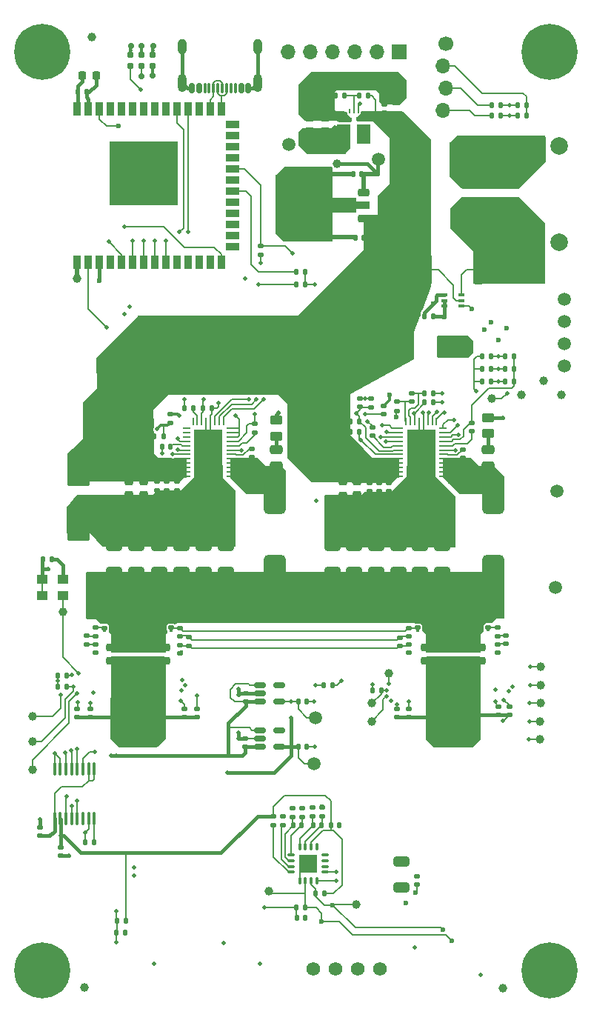
<source format=gbr>
%TF.GenerationSoftware,KiCad,Pcbnew,8.0.7*%
%TF.CreationDate,2025-01-02T17:31:43-08:00*%
%TF.ProjectId,BitaxeGT,42697461-7865-4475-942e-6b696361645f,v800*%
%TF.SameCoordinates,Original*%
%TF.FileFunction,Copper,L6,Bot*%
%TF.FilePolarity,Positive*%
%FSLAX46Y46*%
G04 Gerber Fmt 4.6, Leading zero omitted, Abs format (unit mm)*
G04 Created by KiCad (PCBNEW 8.0.7) date 2025-01-02 17:31:43*
%MOMM*%
%LPD*%
G01*
G04 APERTURE LIST*
G04 Aperture macros list*
%AMRoundRect*
0 Rectangle with rounded corners*
0 $1 Rounding radius*
0 $2 $3 $4 $5 $6 $7 $8 $9 X,Y pos of 4 corners*
0 Add a 4 corners polygon primitive as box body*
4,1,4,$2,$3,$4,$5,$6,$7,$8,$9,$2,$3,0*
0 Add four circle primitives for the rounded corners*
1,1,$1+$1,$2,$3*
1,1,$1+$1,$4,$5*
1,1,$1+$1,$6,$7*
1,1,$1+$1,$8,$9*
0 Add four rect primitives between the rounded corners*
20,1,$1+$1,$2,$3,$4,$5,0*
20,1,$1+$1,$4,$5,$6,$7,0*
20,1,$1+$1,$6,$7,$8,$9,0*
20,1,$1+$1,$8,$9,$2,$3,0*%
%AMFreePoly0*
4,1,15,1.022500,0.487499,1.022500,0.167500,0.922500,0.067498,0.876498,0.067500,0.805500,0.038499,0.516499,-0.250500,0.487499,-0.321501,0.487499,-0.487500,0.387500,-0.587502,-0.487500,-0.587500,-0.587500,-0.487500,-0.587500,0.487499,-0.487500,0.587499,0.922500,0.587499,1.022500,0.487499,1.022500,0.487499,$1*%
%AMFreePoly1*
4,1,15,0.587500,0.487499,0.587500,-0.487500,0.487500,-0.587500,-0.387500,-0.587502,-0.487499,-0.487500,-0.487499,-0.321501,-0.516499,-0.250500,-0.805500,0.038499,-0.876498,0.067500,-0.922500,0.067498,-1.022500,0.167500,-1.022500,0.487499,-0.922500,0.587499,0.487500,0.587499,0.587500,0.487499,0.587500,0.487499,$1*%
%AMFreePoly2*
4,1,9,3.862500,-0.866500,0.737500,-0.866500,0.737500,-0.450000,-0.737500,-0.450000,-0.737500,0.450000,0.737500,0.450000,0.737500,0.866500,3.862500,0.866500,3.862500,-0.866500,3.862500,-0.866500,$1*%
G04 Aperture macros list end*
%TA.AperFunction,EtchedComponent*%
%ADD10C,0.000000*%
%TD*%
%TA.AperFunction,SMDPad,CuDef*%
%ADD11C,0.200000*%
%TD*%
%TA.AperFunction,SMDPad,CuDef*%
%ADD12C,1.000000*%
%TD*%
%TA.AperFunction,SMDPad,CuDef*%
%ADD13RoundRect,0.140000X-0.140000X-0.170000X0.140000X-0.170000X0.140000X0.170000X-0.140000X0.170000X0*%
%TD*%
%TA.AperFunction,SMDPad,CuDef*%
%ADD14RoundRect,0.150000X-0.512500X-0.150000X0.512500X-0.150000X0.512500X0.150000X-0.512500X0.150000X0*%
%TD*%
%TA.AperFunction,ComponentPad*%
%ADD15R,1.700000X1.700000*%
%TD*%
%TA.AperFunction,ComponentPad*%
%ADD16O,1.700000X1.700000*%
%TD*%
%TA.AperFunction,ComponentPad*%
%ADD17C,0.800000*%
%TD*%
%TA.AperFunction,ComponentPad*%
%ADD18C,6.400000*%
%TD*%
%TA.AperFunction,ComponentPad*%
%ADD19C,1.574800*%
%TD*%
%TA.AperFunction,ComponentPad*%
%ADD20C,1.700000*%
%TD*%
%TA.AperFunction,SMDPad,CuDef*%
%ADD21RoundRect,0.135000X0.185000X-0.135000X0.185000X0.135000X-0.185000X0.135000X-0.185000X-0.135000X0*%
%TD*%
%TA.AperFunction,SMDPad,CuDef*%
%ADD22RoundRect,0.140000X0.170000X-0.140000X0.170000X0.140000X-0.170000X0.140000X-0.170000X-0.140000X0*%
%TD*%
%TA.AperFunction,SMDPad,CuDef*%
%ADD23RoundRect,0.135000X0.135000X0.185000X-0.135000X0.185000X-0.135000X-0.185000X0.135000X-0.185000X0*%
%TD*%
%TA.AperFunction,SMDPad,CuDef*%
%ADD24RoundRect,0.140000X-0.170000X0.140000X-0.170000X-0.140000X0.170000X-0.140000X0.170000X0.140000X0*%
%TD*%
%TA.AperFunction,SMDPad,CuDef*%
%ADD25RoundRect,0.135000X-0.135000X-0.185000X0.135000X-0.185000X0.135000X0.185000X-0.135000X0.185000X0*%
%TD*%
%TA.AperFunction,ConnectorPad*%
%ADD26C,0.787400*%
%TD*%
%TA.AperFunction,SMDPad,CuDef*%
%ADD27RoundRect,0.250000X-0.650000X0.325000X-0.650000X-0.325000X0.650000X-0.325000X0.650000X0.325000X0*%
%TD*%
%TA.AperFunction,SMDPad,CuDef*%
%ADD28RoundRect,0.225000X0.225000X0.250000X-0.225000X0.250000X-0.225000X-0.250000X0.225000X-0.250000X0*%
%TD*%
%TA.AperFunction,SMDPad,CuDef*%
%ADD29RoundRect,0.225000X-0.250000X0.225000X-0.250000X-0.225000X0.250000X-0.225000X0.250000X0.225000X0*%
%TD*%
%TA.AperFunction,SMDPad,CuDef*%
%ADD30R,1.300000X1.100000*%
%TD*%
%TA.AperFunction,SMDPad,CuDef*%
%ADD31RoundRect,0.062500X0.337500X0.062500X-0.337500X0.062500X-0.337500X-0.062500X0.337500X-0.062500X0*%
%TD*%
%TA.AperFunction,SMDPad,CuDef*%
%ADD32RoundRect,0.062500X0.062500X0.337500X-0.062500X0.337500X-0.062500X-0.337500X0.062500X-0.337500X0*%
%TD*%
%TA.AperFunction,ComponentPad*%
%ADD33C,0.400000*%
%TD*%
%TA.AperFunction,SMDPad,CuDef*%
%ADD34R,3.300000X5.300000*%
%TD*%
%TA.AperFunction,SMDPad,CuDef*%
%ADD35C,1.500000*%
%TD*%
%TA.AperFunction,SMDPad,CuDef*%
%ADD36RoundRect,0.140000X0.140000X0.170000X-0.140000X0.170000X-0.140000X-0.170000X0.140000X-0.170000X0*%
%TD*%
%TA.AperFunction,SMDPad,CuDef*%
%ADD37FreePoly0,180.000000*%
%TD*%
%TA.AperFunction,SMDPad,CuDef*%
%ADD38R,1.500000X2.300000*%
%TD*%
%TA.AperFunction,SMDPad,CuDef*%
%ADD39FreePoly1,180.000000*%
%TD*%
%TA.AperFunction,SMDPad,CuDef*%
%ADD40R,0.220000X0.599999*%
%TD*%
%TA.AperFunction,ComponentPad*%
%ADD41C,3.000000*%
%TD*%
%TA.AperFunction,ComponentPad*%
%ADD42C,2.000000*%
%TD*%
%TA.AperFunction,SMDPad,CuDef*%
%ADD43RoundRect,0.250000X0.475000X-0.250000X0.475000X0.250000X-0.475000X0.250000X-0.475000X-0.250000X0*%
%TD*%
%TA.AperFunction,SMDPad,CuDef*%
%ADD44RoundRect,0.650000X-0.650000X1.325000X-0.650000X-1.325000X0.650000X-1.325000X0.650000X1.325000X0*%
%TD*%
%TA.AperFunction,SMDPad,CuDef*%
%ADD45RoundRect,0.150000X-0.150000X-0.425000X0.150000X-0.425000X0.150000X0.425000X-0.150000X0.425000X0*%
%TD*%
%TA.AperFunction,SMDPad,CuDef*%
%ADD46RoundRect,0.075000X-0.075000X-0.500000X0.075000X-0.500000X0.075000X0.500000X-0.075000X0.500000X0*%
%TD*%
%TA.AperFunction,ComponentPad*%
%ADD47O,1.000000X1.800000*%
%TD*%
%TA.AperFunction,ComponentPad*%
%ADD48O,1.000000X2.100000*%
%TD*%
%TA.AperFunction,SMDPad,CuDef*%
%ADD49RoundRect,0.250000X0.650000X-0.325000X0.650000X0.325000X-0.650000X0.325000X-0.650000X-0.325000X0*%
%TD*%
%TA.AperFunction,SMDPad,CuDef*%
%ADD50RoundRect,0.135000X-0.185000X0.135000X-0.185000X-0.135000X0.185000X-0.135000X0.185000X0.135000X0*%
%TD*%
%TA.AperFunction,SMDPad,CuDef*%
%ADD51RoundRect,0.250000X0.450000X-0.262500X0.450000X0.262500X-0.450000X0.262500X-0.450000X-0.262500X0*%
%TD*%
%TA.AperFunction,SMDPad,CuDef*%
%ADD52RoundRect,0.100000X-0.100000X0.637500X-0.100000X-0.637500X0.100000X-0.637500X0.100000X0.637500X0*%
%TD*%
%TA.AperFunction,SMDPad,CuDef*%
%ADD53RoundRect,0.100000X-0.225000X-0.100000X0.225000X-0.100000X0.225000X0.100000X-0.225000X0.100000X0*%
%TD*%
%TA.AperFunction,SMDPad,CuDef*%
%ADD54RoundRect,0.225000X0.250000X-0.225000X0.250000X0.225000X-0.250000X0.225000X-0.250000X-0.225000X0*%
%TD*%
%TA.AperFunction,SMDPad,CuDef*%
%ADD55RoundRect,0.250000X-0.787500X-1.025000X0.787500X-1.025000X0.787500X1.025000X-0.787500X1.025000X0*%
%TD*%
%TA.AperFunction,SMDPad,CuDef*%
%ADD56RoundRect,0.250000X-0.362500X-1.425000X0.362500X-1.425000X0.362500X1.425000X-0.362500X1.425000X0*%
%TD*%
%TA.AperFunction,SMDPad,CuDef*%
%ADD57R,0.900000X1.500000*%
%TD*%
%TA.AperFunction,SMDPad,CuDef*%
%ADD58R,1.500000X0.900000*%
%TD*%
%TA.AperFunction,SMDPad,CuDef*%
%ADD59R,0.900000X0.900000*%
%TD*%
%TA.AperFunction,SMDPad,CuDef*%
%ADD60RoundRect,0.075000X-0.075000X0.350000X-0.075000X-0.350000X0.075000X-0.350000X0.075000X0.350000X0*%
%TD*%
%TA.AperFunction,SMDPad,CuDef*%
%ADD61RoundRect,0.075000X-0.350000X0.075000X-0.350000X-0.075000X0.350000X-0.075000X0.350000X0.075000X0*%
%TD*%
%TA.AperFunction,HeatsinkPad*%
%ADD62R,2.100000X2.100000*%
%TD*%
%TA.AperFunction,SMDPad,CuDef*%
%ADD63RoundRect,0.250000X-1.025000X0.787500X-1.025000X-0.787500X1.025000X-0.787500X1.025000X0.787500X0*%
%TD*%
%TA.AperFunction,SMDPad,CuDef*%
%ADD64RoundRect,0.225000X0.425000X0.225000X-0.425000X0.225000X-0.425000X-0.225000X0.425000X-0.225000X0*%
%TD*%
%TA.AperFunction,SMDPad,CuDef*%
%ADD65FreePoly2,180.000000*%
%TD*%
%TA.AperFunction,ViaPad*%
%ADD66C,0.500000*%
%TD*%
%TA.AperFunction,ViaPad*%
%ADD67C,0.600000*%
%TD*%
%TA.AperFunction,ViaPad*%
%ADD68C,1.000000*%
%TD*%
%TA.AperFunction,ViaPad*%
%ADD69C,0.800000*%
%TD*%
%TA.AperFunction,ViaPad*%
%ADD70C,0.700000*%
%TD*%
%TA.AperFunction,ViaPad*%
%ADD71C,0.400000*%
%TD*%
%TA.AperFunction,Conductor*%
%ADD72C,0.200000*%
%TD*%
%TA.AperFunction,Conductor*%
%ADD73C,0.400000*%
%TD*%
%TA.AperFunction,Conductor*%
%ADD74C,0.300000*%
%TD*%
%TA.AperFunction,Conductor*%
%ADD75C,0.500000*%
%TD*%
G04 APERTURE END LIST*
D10*
%TA.AperFunction,EtchedComponent*%
%TO.C,NT2*%
G36*
X121350000Y-84850000D02*
G01*
X121150000Y-84850000D01*
X121150000Y-83850000D01*
X121350000Y-83850000D01*
X121350000Y-84850000D01*
G37*
%TD.AperFunction*%
%TA.AperFunction,EtchedComponent*%
%TO.C,NT1*%
G36*
X145700000Y-84830000D02*
G01*
X145500000Y-84830000D01*
X145500000Y-83830000D01*
X145700000Y-83830000D01*
X145700000Y-84830000D01*
G37*
%TD.AperFunction*%
%TD*%
D11*
%TO.P,NT2,1,1*%
%TO.N,GND*%
X121250000Y-84850000D03*
%TO.P,NT2,2,2*%
%TO.N,/Power/AGND2*%
X121250000Y-83850000D03*
%TD*%
%TO.P,NT1,1,1*%
%TO.N,GND*%
X145600000Y-84830000D03*
%TO.P,NT1,2,2*%
%TO.N,/Power/AGND1*%
X145600000Y-83830000D03*
%TD*%
D12*
%TO.P,FID6,*%
%TO.N,*%
X154700000Y-148500000D03*
%TD*%
%TO.P,FID5,*%
%TO.N,*%
X106833200Y-148440000D03*
%TD*%
%TO.P,FID4,*%
%TO.N,*%
X107652800Y-39782000D03*
%TD*%
D13*
%TO.P,C48,1*%
%TO.N,/ESP32/EN*%
X110520000Y-142150000D03*
%TO.P,C48,2*%
%TO.N,GND*%
X111480000Y-142150000D03*
%TD*%
D14*
%TO.P,U11,1,VIN*%
%TO.N,/5V*%
X126875000Y-120900000D03*
%TO.P,U11,2,GND*%
%TO.N,GND*%
X126875000Y-119950000D03*
%TO.P,U11,3,EN*%
%TO.N,/5V*%
X126875000Y-119000000D03*
%TO.P,U11,4,PG*%
%TO.N,unconnected-(U11-PG-Pad4)*%
X129150000Y-119000000D03*
%TO.P,U11,5,VOUT*%
%TO.N,/ASIC/1V2*%
X129150000Y-120900000D03*
%TD*%
%TO.P,U12,1,VIN*%
%TO.N,/5V*%
X126875000Y-115762500D03*
%TO.P,U12,2,GND*%
%TO.N,GND*%
X126875000Y-114812500D03*
%TO.P,U12,3,EN*%
%TO.N,/5V*%
X126875000Y-113862500D03*
%TO.P,U12,4,PG*%
%TO.N,unconnected-(U12-PG-Pad4)*%
X129150000Y-113862500D03*
%TO.P,U12,5,VOUT*%
%TO.N,/ASIC/0V8*%
X129150000Y-115762500D03*
%TD*%
D15*
%TO.P,J5,1,Pin_1*%
%TO.N,/Power/Vsupply*%
X142850000Y-41500000D03*
D16*
%TO.P,J5,2,Pin_2*%
%TO.N,GND*%
X140310000Y-41500000D03*
%TO.P,J5,3,Pin_3*%
%TO.N,Net-(J5-Pin_3)*%
X137770000Y-41500000D03*
%TO.P,J5,4,Pin_4*%
%TO.N,Net-(J5-Pin_4)*%
X135230000Y-41500000D03*
%TO.P,J5,5,Pin_5*%
%TO.N,Net-(J5-Pin_5)*%
X132690000Y-41500000D03*
%TO.P,J5,6,Pin_6*%
%TO.N,Net-(J5-Pin_6)*%
X130150000Y-41500000D03*
%TD*%
D17*
%TO.P,H4,1,1*%
%TO.N,GND*%
X99600000Y-146500000D03*
X100302944Y-144802944D03*
X100302944Y-148197056D03*
X102000000Y-144100000D03*
D18*
X102000000Y-146500000D03*
D17*
X102000000Y-148900000D03*
X103697056Y-144802944D03*
X103697056Y-148197056D03*
X104400000Y-146500000D03*
%TD*%
D19*
%TO.P,J7,1,Pin_1*%
%TO.N,GND*%
X140620600Y-146338851D03*
%TO.P,J7,2,Pin_2*%
%TO.N,/12V*%
X138080600Y-146338851D03*
%TO.P,J7,3,Pin_3*%
%TO.N,/fan/FAN_TACH*%
X135540600Y-146338851D03*
%TO.P,J7,4,Pin_4*%
%TO.N,/fan/FAN_PWM*%
X133000600Y-146338851D03*
%TD*%
D17*
%TO.P,H2,1,1*%
%TO.N,GND*%
X99600000Y-41500000D03*
X100302944Y-39802944D03*
X100302944Y-43197056D03*
X102000000Y-39100000D03*
D18*
X102000000Y-41500000D03*
D17*
X102000000Y-43900000D03*
X103697056Y-39802944D03*
X103697056Y-43197056D03*
X104400000Y-41500000D03*
%TD*%
%TO.P,H3,1,1*%
%TO.N,GND*%
X157600000Y-146500000D03*
X158302944Y-144802944D03*
X158302944Y-148197056D03*
X160000000Y-144100000D03*
D18*
X160000000Y-146500000D03*
D17*
X160000000Y-148900000D03*
X161697056Y-144802944D03*
X161697056Y-148197056D03*
X162400000Y-146500000D03*
%TD*%
D20*
%TO.P,J3,1,Pin_1*%
%TO.N,GND*%
X148200000Y-40550000D03*
D16*
%TO.P,J3,2,Pin_2*%
%TO.N,/3V3*%
X147800000Y-43090000D03*
%TO.P,J3,3,Pin_3*%
%TO.N,/ESP32/SCL*%
X148200000Y-45630000D03*
%TO.P,J3,4,Pin_4*%
%TO.N,/ESP32/SDA*%
X147800000Y-48170000D03*
%TD*%
D17*
%TO.P,H1,1,1*%
%TO.N,GND*%
X157600000Y-41500000D03*
X158302944Y-39802944D03*
X158302944Y-43197056D03*
X160000000Y-39100000D03*
D18*
X160000000Y-41500000D03*
D17*
X160000000Y-43900000D03*
X161697056Y-39802944D03*
X161697056Y-43197056D03*
X162400000Y-41500000D03*
%TD*%
D21*
%TO.P,R29,1*%
%TO.N,Net-(U13-DP1)*%
X134000000Y-128900000D03*
%TO.P,R29,2*%
%TO.N,/ASIC/TEMP2_P*%
X134000000Y-127880000D03*
%TD*%
D22*
%TO.P,C17,1*%
%TO.N,/Power/EN_UVLO*%
X138300000Y-82080000D03*
%TO.P,C17,2*%
%TO.N,GND*%
X138300000Y-81120000D03*
%TD*%
D13*
%TO.P,C37,1*%
%TO.N,GND*%
X115720000Y-86650000D03*
%TO.P,C37,2*%
%TO.N,/Power/V5reg_2*%
X116680000Y-86650000D03*
%TD*%
D23*
%TO.P,R22,1*%
%TO.N,/3V3*%
X157400000Y-47600000D03*
%TO.P,R22,2*%
%TO.N,/Power/SCL_VR*%
X156380000Y-47600000D03*
%TD*%
D12*
%TO.P,TP6,1,1*%
%TO.N,Net-(U10-CLKO)*%
X158950000Y-118000000D03*
%TD*%
%TO.P,TP20,1,1*%
%TO.N,/fan/FAN_PWM*%
X127950000Y-137400000D03*
%TD*%
D24*
%TO.P,C7,1*%
%TO.N,Net-(U1-BOOT)*%
X150100000Y-86920000D03*
%TO.P,C7,2*%
%TO.N,/Power/SW1*%
X150100000Y-87880000D03*
%TD*%
D25*
%TO.P,R11,1*%
%TO.N,/Power/AGND1*%
X152340000Y-79150000D03*
%TO.P,R11,2*%
%TO.N,Net-(U1-MSEL1)*%
X153360000Y-79150000D03*
%TD*%
D26*
%TO.P,J8,1,Pin_1*%
%TO.N,/ESP32/EN*%
X114670000Y-43100000D03*
%TO.P,J8,2,Pin_2*%
%TO.N,/3V3*%
X114670000Y-41830000D03*
%TO.P,J8,3,Pin_3*%
%TO.N,/ESP32/P_TX*%
X113400000Y-43100000D03*
%TO.P,J8,4,Pin_4*%
%TO.N,GND*%
X113400000Y-41830000D03*
%TO.P,J8,5,Pin_5*%
%TO.N,/ESP32/P_RX*%
X112130000Y-43100000D03*
%TO.P,J8,6,Pin_6*%
%TO.N,/ESP32/IO0*%
X112130000Y-41830000D03*
%TD*%
D22*
%TO.P,C84,1*%
%TO.N,GND*%
X143950000Y-117530000D03*
%TO.P,C84,2*%
%TO.N,/ASIC/1V2*%
X143950000Y-116570000D03*
%TD*%
D12*
%TO.P,TP30,1,1*%
%TO.N,/Power/BCX_CLK*%
X156800000Y-80700000D03*
%TD*%
D27*
%TO.P,C12,1*%
%TO.N,GND*%
X140200000Y-98000000D03*
%TO.P,C12,2*%
%TO.N,/Vcore*%
X140200000Y-100950000D03*
%TD*%
%TO.P,C33,1*%
%TO.N,GND*%
X115387500Y-98000000D03*
%TO.P,C33,2*%
%TO.N,/Vcore*%
X115387500Y-100950000D03*
%TD*%
D28*
%TO.P,C49,1*%
%TO.N,/3V3*%
X108175000Y-44200000D03*
%TO.P,C49,2*%
%TO.N,GND*%
X106625000Y-44200000D03*
%TD*%
D29*
%TO.P,C38,1*%
%TO.N,/Vcore*%
X116150000Y-109575000D03*
%TO.P,C38,2*%
%TO.N,GND*%
X116150000Y-111125000D03*
%TD*%
D27*
%TO.P,C14,1*%
%TO.N,GND*%
X135200000Y-97950000D03*
%TO.P,C14,2*%
%TO.N,/Vcore*%
X135200000Y-100900000D03*
%TD*%
D22*
%TO.P,C65,1*%
%TO.N,Net-(U9-VDD1_0)*%
X107125000Y-109205000D03*
%TO.P,C65,2*%
%TO.N,Net-(U9-VDD2_0)*%
X107125000Y-108245000D03*
%TD*%
D30*
%TO.P,U8,1,EN*%
%TO.N,/ASIC/1V2*%
X102050000Y-101750000D03*
%TO.P,U8,2,GND*%
%TO.N,GND*%
X104350000Y-101750000D03*
%TO.P,U8,3,OUT*%
%TO.N,/ASIC/CLKI*%
X104350000Y-103650000D03*
%TO.P,U8,4,VIN*%
%TO.N,/ASIC/1V2*%
X102050000Y-103650000D03*
%TD*%
D25*
%TO.P,R20,1*%
%TO.N,/ESP32/EN*%
X110540000Y-140800000D03*
%TO.P,R20,2*%
%TO.N,/3V3*%
X111560000Y-140800000D03*
%TD*%
D12*
%TO.P,TP14,1,1*%
%TO.N,Net-(U9-INV_CLKO)*%
X100900000Y-123550000D03*
%TD*%
D31*
%TO.P,U4,1,PGD*%
%TO.N,/Power/AGND2*%
X123500000Y-84500000D03*
%TO.P,U4,2,PMB_DATA*%
X123500000Y-85000000D03*
%TO.P,U4,3,PMB_CLK*%
X123500000Y-85500000D03*
%TO.P,U4,4,BP1V5*%
%TO.N,/Power/BP1v5_2*%
X123500000Y-86000000D03*
%TO.P,U4,5,DRTN*%
%TO.N,Net-(U4-DRTN)*%
X123500000Y-86500000D03*
%TO.P,U4,6,SMB_ALRT*%
%TO.N,/Power/AGND2*%
X123500000Y-87000000D03*
%TO.P,U4,7,BOOT*%
%TO.N,Net-(U4-BOOT)*%
X123500000Y-87500000D03*
%TO.P,U4,8,SW*%
%TO.N,/Power/SW2*%
X123500000Y-88000000D03*
%TO.P,U4,9,SW*%
X123500000Y-88500000D03*
%TO.P,U4,10,SW*%
X123500000Y-89000000D03*
%TO.P,U4,11,SW*%
X123500000Y-89500000D03*
%TO.P,U4,12,SW*%
X123500000Y-90000000D03*
D32*
%TO.P,U4,13,PGND*%
%TO.N,GND*%
X122750000Y-90750000D03*
%TO.P,U4,14,PGND*%
X122250000Y-90750000D03*
%TO.P,U4,15,PGND*%
X121750000Y-90750000D03*
%TO.P,U4,16,PGND*%
X121250000Y-90750000D03*
%TO.P,U4,17,PGND*%
X120750000Y-90750000D03*
%TO.P,U4,18,PGND*%
X120250000Y-90750000D03*
%TO.P,U4,19,PGND*%
X119750000Y-90750000D03*
%TO.P,U4,20,PGND*%
X119250000Y-90750000D03*
D31*
%TO.P,U4,21,PVIN*%
%TO.N,/12V*%
X118500000Y-90000000D03*
%TO.P,U4,22,PVIN*%
X118500000Y-89500000D03*
%TO.P,U4,23,PVIN*%
X118500000Y-89000000D03*
%TO.P,U4,24,PVIN*%
X118500000Y-88500000D03*
%TO.P,U4,25,PVIN*%
X118500000Y-88000000D03*
%TO.P,U4,26,AVIN*%
%TO.N,Net-(U4-AVIN)*%
X118500000Y-87500000D03*
%TO.P,U4,27,EN/UVLO*%
%TO.N,/Power/EN_UVLO*%
X118500000Y-87000000D03*
%TO.P,U4,28,VDD5*%
%TO.N,/Power/V5reg_2*%
X118500000Y-86500000D03*
%TO.P,U4,29,MSEL2*%
%TO.N,/Power/AGND2*%
X118500000Y-86000000D03*
%TO.P,U4,30,VSEL*%
%TO.N,unconnected-(U4-VSEL-Pad30)*%
X118500000Y-85500000D03*
%TO.P,U4,31,ADRSEL*%
%TO.N,unconnected-(U4-ADRSEL-Pad31)*%
X118500000Y-85000000D03*
%TO.P,U4,32,MSEL1*%
%TO.N,unconnected-(U4-MSEL1-Pad32)*%
X118500000Y-84500000D03*
D32*
%TO.P,U4,33,VOSNS*%
%TO.N,unconnected-(U4-VOSNS-Pad33)*%
X119250000Y-83750000D03*
%TO.P,U4,34,GOSNS*%
%TO.N,Net-(U4-GOSNS)*%
X119750000Y-83750000D03*
%TO.P,U4,35,VSHARE*%
%TO.N,/Power/VSHARE*%
X120250000Y-83750000D03*
%TO.P,U4,36,NC*%
%TO.N,GND*%
X120750000Y-83750000D03*
%TO.P,U4,37,AGND*%
%TO.N,/Power/AGND2*%
X121250000Y-83750000D03*
%TO.P,U4,38,SYNC*%
%TO.N,/Power/SYNC*%
X121750000Y-83750000D03*
%TO.P,U4,39,BCX_CLK*%
%TO.N,/Power/BCX_CLK*%
X122250000Y-83750000D03*
%TO.P,U4,40,BCX_DAT*%
%TO.N,/Power/BCX_DAT*%
X122750000Y-83750000D03*
D33*
%TO.P,U4,41,PAD*%
%TO.N,GND*%
X122280000Y-88650000D03*
X122280000Y-87250000D03*
X122280000Y-85850000D03*
X121000000Y-89650000D03*
X121000000Y-88650000D03*
X121000000Y-87250000D03*
D34*
X121000000Y-87250000D03*
D33*
X121000000Y-85850000D03*
X121000000Y-84850000D03*
X119720000Y-88650000D03*
X119720000Y-87250000D03*
X119720000Y-85850000D03*
%TD*%
D22*
%TO.P,C80,1*%
%TO.N,GND*%
X106000000Y-117530000D03*
%TO.P,C80,2*%
%TO.N,/ASIC/0V8_1*%
X106000000Y-116570000D03*
%TD*%
%TO.P,C85,1*%
%TO.N,GND*%
X142600000Y-117530000D03*
%TO.P,C85,2*%
%TO.N,/ASIC/0V8*%
X142600000Y-116570000D03*
%TD*%
%TO.P,C75,1*%
%TO.N,Net-(U10-VDD3_0)*%
X144940000Y-107310000D03*
%TO.P,C75,2*%
%TO.N,/Vcore*%
X144940000Y-106350000D03*
%TD*%
D24*
%TO.P,C68,1*%
%TO.N,/Vcore*%
X116750000Y-106345000D03*
%TO.P,C68,2*%
%TO.N,Net-(U10-VDD3_0)*%
X116750000Y-107305000D03*
%TD*%
D35*
%TO.P,TP25,1,1*%
%TO.N,GND*%
X161700000Y-77400000D03*
%TD*%
D29*
%TO.P,C57,1*%
%TO.N,/Vcore*%
X109800000Y-109575000D03*
%TO.P,C57,2*%
%TO.N,GND*%
X109800000Y-111125000D03*
%TD*%
D35*
%TO.P,TP28,1,1*%
%TO.N,GND*%
X133275000Y-45775000D03*
%TD*%
D29*
%TO.P,C2,1*%
%TO.N,/12V*%
X138000000Y-90575000D03*
%TO.P,C2,2*%
%TO.N,GND*%
X138000000Y-92125000D03*
%TD*%
D35*
%TO.P,TP18,1,1*%
%TO.N,/ASIC/1V2*%
X133112500Y-122850000D03*
%TD*%
D13*
%TO.P,C53,1*%
%TO.N,/ASIC/1V2*%
X102120000Y-99500000D03*
%TO.P,C53,2*%
%TO.N,GND*%
X103080000Y-99500000D03*
%TD*%
D25*
%TO.P,R26,1*%
%TO.N,GND*%
X103790000Y-114040000D03*
%TO.P,R26,2*%
%TO.N,Net-(U9-LITE_PAD)*%
X104810000Y-114040000D03*
%TD*%
%TO.P,R21,1*%
%TO.N,/3V3*%
X131090000Y-68100000D03*
%TO.P,R21,2*%
%TO.N,/Power/ALRT_VR*%
X132110000Y-68100000D03*
%TD*%
D12*
%TO.P,TP21,1,1*%
%TO.N,/fan/FAN_TACH*%
X137900000Y-138950000D03*
%TD*%
D22*
%TO.P,C87,1*%
%TO.N,GND*%
X155400000Y-117270000D03*
%TO.P,C87,2*%
%TO.N,/ASIC/0V8_2*%
X155400000Y-116310000D03*
%TD*%
D27*
%TO.P,C11,1*%
%TO.N,GND*%
X142700000Y-98000000D03*
%TO.P,C11,2*%
%TO.N,/Vcore*%
X142700000Y-100950000D03*
%TD*%
D24*
%TO.P,C71,2*%
%TO.N,GND*%
X117725000Y-110230000D03*
%TO.P,C71,1*%
%TO.N,Net-(U10-VDD1_0)*%
X117725000Y-109270000D03*
%TD*%
D25*
%TO.P,R23,1*%
%TO.N,GND*%
X106890000Y-131800000D03*
%TO.P,R23,2*%
%TO.N,Net-(U7-OE)*%
X107910000Y-131800000D03*
%TD*%
%TO.P,R9,1*%
%TO.N,Net-(U1-MSEL2)*%
X154940000Y-76300000D03*
%TO.P,R9,2*%
%TO.N,/Power/BP1v5_1*%
X155960000Y-76300000D03*
%TD*%
D36*
%TO.P,C20,1*%
%TO.N,/Power/AGND1*%
X146680000Y-81550000D03*
%TO.P,C20,2*%
%TO.N,/Power/VSHARE*%
X145720000Y-81550000D03*
%TD*%
D29*
%TO.P,C58,1*%
%TO.N,/Vcore*%
X152200000Y-109575000D03*
%TO.P,C58,2*%
%TO.N,GND*%
X152200000Y-111125000D03*
%TD*%
D35*
%TO.P,TP23,1,1*%
%TO.N,/Power/SDA_VR*%
X161700000Y-72320000D03*
%TD*%
D25*
%TO.P,R19,1*%
%TO.N,/Power/BP1v5_2*%
X118290000Y-82200000D03*
%TO.P,R19,2*%
%TO.N,Net-(U4-GOSNS)*%
X119310000Y-82200000D03*
%TD*%
D29*
%TO.P,C55,1*%
%TO.N,/Vcore*%
X112990000Y-109575000D03*
%TO.P,C55,2*%
%TO.N,GND*%
X112990000Y-111125000D03*
%TD*%
D13*
%TO.P,C92,1*%
%TO.N,/3V3*%
X135020000Y-129890000D03*
%TO.P,C92,2*%
%TO.N,GND*%
X135980000Y-129890000D03*
%TD*%
D12*
%TO.P,TP31,1,1*%
%TO.N,/Power/BCX_DAT*%
X159300000Y-79100000D03*
%TD*%
D37*
%TO.P,U3,1,VIN*%
%TO.N,/12V*%
X138962499Y-48887501D03*
D38*
%TO.P,U3,2,SW*%
%TO.N,unconnected-(U3-SW-Pad2)*%
X138800000Y-50875000D03*
%TO.P,U3,3,VOUT*%
%TO.N,/3V3*%
X136500000Y-50875000D03*
D39*
%TO.P,U3,4,PGND*%
%TO.N,GND*%
X136350000Y-48900000D03*
D40*
%TO.P,U3,5,PG*%
%TO.N,unconnected-(U3-PG-Pad5)*%
X137150001Y-48300001D03*
%TO.P,U3,6,EN*%
%TO.N,Net-(U3-EN)*%
X137650000Y-48300001D03*
%TO.P,U3,7,VOS*%
%TO.N,/3V3*%
X138149999Y-48300001D03*
%TD*%
D25*
%TO.P,R8,1*%
%TO.N,Net-(U1-GOSNS)*%
X145740000Y-80500000D03*
%TO.P,R8,2*%
%TO.N,GND*%
X146760000Y-80500000D03*
%TD*%
D21*
%TO.P,R36,1*%
%TO.N,Net-(U13-DN2)*%
X130650000Y-128910000D03*
%TO.P,R36,2*%
%TO.N,/ASIC/TEMP1_N*%
X130650000Y-127890000D03*
%TD*%
D24*
%TO.P,C88,1*%
%TO.N,GND*%
X125212500Y-119970000D03*
%TO.P,C88,2*%
%TO.N,/5V*%
X125212500Y-120930000D03*
%TD*%
D29*
%TO.P,C23,1*%
%TO.N,/12V*%
X113600000Y-90575000D03*
%TO.P,C23,2*%
%TO.N,GND*%
X113600000Y-92125000D03*
%TD*%
D25*
%TO.P,R13,1*%
%TO.N,/Power/AGND1*%
X152340000Y-77700000D03*
%TO.P,R13,2*%
%TO.N,Net-(U1-VSEL)*%
X153360000Y-77700000D03*
%TD*%
D22*
%TO.P,C66,1*%
%TO.N,Net-(U9-VDD2_0)*%
X108125000Y-108255000D03*
%TO.P,C66,2*%
%TO.N,Net-(U9-VDD3_0)*%
X108125000Y-107295000D03*
%TD*%
D36*
%TO.P,C21,1*%
%TO.N,GND*%
X146680000Y-71725000D03*
%TO.P,C21,2*%
%TO.N,/3V3*%
X145720000Y-71725000D03*
%TD*%
D27*
%TO.P,C34,1*%
%TO.N,GND*%
X112787500Y-98000000D03*
%TO.P,C34,2*%
%TO.N,/Vcore*%
X112787500Y-100950000D03*
%TD*%
D25*
%TO.P,R39,1*%
%TO.N,/ESP32/SCL*%
X153390000Y-47600000D03*
%TO.P,R39,2*%
%TO.N,/Power/SCL_VR*%
X154410000Y-47600000D03*
%TD*%
D12*
%TO.P,TP10,1,1*%
%TO.N,Net-(U9-ROSC_SEL)*%
X100950000Y-117400000D03*
%TD*%
%TO.P,TP12,1,1*%
%TO.N,Net-(U9-LITE_PAD)*%
X100900000Y-120300000D03*
%TD*%
D29*
%TO.P,C60,1*%
%TO.N,/Vcore*%
X149000000Y-109575000D03*
%TO.P,C60,2*%
%TO.N,GND*%
X149000000Y-111125000D03*
%TD*%
D24*
%TO.P,C6,1*%
%TO.N,/12V*%
X140500000Y-90770000D03*
%TO.P,C6,2*%
%TO.N,GND*%
X140500000Y-91730000D03*
%TD*%
D35*
%TO.P,TP15,1,1*%
%TO.N,/Vcore*%
X160700000Y-102700000D03*
%TD*%
D27*
%TO.P,C32,1*%
%TO.N,GND*%
X117900000Y-98000000D03*
%TO.P,C32,2*%
%TO.N,/Vcore*%
X117900000Y-100950000D03*
%TD*%
D41*
%TO.P,J1,1,+V*%
%TO.N,/Power/Vsupply*%
X151100000Y-60250000D03*
%TO.P,J1,2,GND*%
%TO.N,GND*%
X151100000Y-55250000D03*
D42*
%TO.P,J1,3,MNT1*%
%TO.N,unconnected-(J1-MNT1-Pad3)*%
X161100000Y-63250000D03*
%TO.P,J1,4,MNT2*%
%TO.N,unconnected-(J1-MNT2-Pad4)*%
X161100000Y-52250000D03*
%TD*%
D29*
%TO.P,C59,1*%
%TO.N,/Vcore*%
X150600000Y-109575000D03*
%TO.P,C59,2*%
%TO.N,GND*%
X150600000Y-111125000D03*
%TD*%
D43*
%TO.P,C29,1*%
%TO.N,/Power/SW2*%
X128750000Y-88848457D03*
%TO.P,C29,2*%
%TO.N,Net-(C29-Pad2)*%
X128750000Y-86948457D03*
%TD*%
D44*
%TO.P,L1,1,1*%
%TO.N,/Power/SW1*%
X153570000Y-92350000D03*
%TO.P,L1,2,2*%
%TO.N,/Vcore*%
X153570000Y-100950000D03*
%TD*%
D29*
%TO.P,C54,1*%
%TO.N,/Vcore*%
X114550000Y-109575000D03*
%TO.P,C54,2*%
%TO.N,GND*%
X114550000Y-111125000D03*
%TD*%
D12*
%TO.P,TP11,1,1*%
%TO.N,Net-(U10-ROSC_SEL)*%
X141650000Y-112550000D03*
%TD*%
D22*
%TO.P,C81,1*%
%TO.N,GND*%
X107550000Y-117530000D03*
%TO.P,C81,2*%
%TO.N,/ASIC/1V2_1*%
X107550000Y-116570000D03*
%TD*%
D35*
%TO.P,TP24,1,1*%
%TO.N,/Power/SCL_VR*%
X161700000Y-74860000D03*
%TD*%
D25*
%TO.P,R18,1*%
%TO.N,GND*%
X135540000Y-46500000D03*
%TO.P,R18,2*%
%TO.N,Net-(U3-EN)*%
X136560000Y-46500000D03*
%TD*%
D22*
%TO.P,C83,1*%
%TO.N,GND*%
X118250000Y-117530000D03*
%TO.P,C83,2*%
%TO.N,/ASIC/1V2*%
X118250000Y-116570000D03*
%TD*%
D29*
%TO.P,C24,1*%
%TO.N,/12V*%
X111950000Y-90575000D03*
%TO.P,C24,2*%
%TO.N,GND*%
X111950000Y-92125000D03*
%TD*%
D45*
%TO.P,J4,A1,GND*%
%TO.N,GND*%
X119150000Y-45640000D03*
%TO.P,J4,A4,VBUS*%
%TO.N,unconnected-(J4-VBUS-PadA4)*%
X119950000Y-45640000D03*
D46*
%TO.P,J4,A5,CC1*%
%TO.N,unconnected-(J4-CC1-PadA5)*%
X121100000Y-45640000D03*
%TO.P,J4,A6,D+*%
%TO.N,/ESP32/USB_D+*%
X122100000Y-45640000D03*
%TO.P,J4,A7,D-*%
%TO.N,/ESP32/USB_D-*%
X122600000Y-45640000D03*
%TO.P,J4,A8,SBU1*%
%TO.N,unconnected-(J4-SBU1-PadA8)*%
X123600000Y-45640000D03*
D45*
%TO.P,J4,B1,GND*%
%TO.N,GND*%
X125550000Y-45640000D03*
%TO.P,J4,B4,VBUS*%
%TO.N,unconnected-(J4-VBUS-PadB4)*%
X124750000Y-45640000D03*
D46*
%TO.P,J4,B5,CC2*%
%TO.N,unconnected-(J4-CC2-PadB5)*%
X124100000Y-45640000D03*
%TO.P,J4,B6,D+*%
%TO.N,/ESP32/USB_D+*%
X123100000Y-45640000D03*
%TO.P,J4,B7,D-*%
%TO.N,/ESP32/USB_D-*%
X121600000Y-45640000D03*
%TO.P,J4,B8,SBU2*%
%TO.N,unconnected-(J4-SBU2-PadB8)*%
X120600000Y-45640000D03*
D47*
%TO.P,J4,S1,SHIELD*%
%TO.N,GND*%
X118030000Y-40885000D03*
D48*
X118030000Y-45065000D03*
D47*
X126670000Y-40885000D03*
D48*
X126670000Y-45065000D03*
%TD*%
D31*
%TO.P,U1,1,PGD*%
%TO.N,/Power/PGOOD*%
X147850000Y-84500000D03*
%TO.P,U1,2,PMB_DATA*%
%TO.N,/Power/SDA_VR*%
X147850000Y-85000000D03*
%TO.P,U1,3,PMB_CLK*%
%TO.N,/Power/SCL_VR*%
X147850000Y-85500000D03*
%TO.P,U1,4,BP1V5*%
%TO.N,/Power/BP1v5_1*%
X147850000Y-86000000D03*
%TO.P,U1,5,DRTN*%
%TO.N,Net-(U1-DRTN)*%
X147850000Y-86500000D03*
%TO.P,U1,6,SMB_ALRT*%
%TO.N,/Power/ALRT_VR*%
X147850000Y-87000000D03*
%TO.P,U1,7,BOOT*%
%TO.N,Net-(U1-BOOT)*%
X147850000Y-87500000D03*
%TO.P,U1,8,SW*%
%TO.N,/Power/SW1*%
X147850000Y-88000000D03*
%TO.P,U1,9,SW*%
X147850000Y-88500000D03*
%TO.P,U1,10,SW*%
X147850000Y-89000000D03*
%TO.P,U1,11,SW*%
X147850000Y-89500000D03*
%TO.P,U1,12,SW*%
X147850000Y-90000000D03*
D32*
%TO.P,U1,13,PGND*%
%TO.N,GND*%
X147100000Y-90750000D03*
%TO.P,U1,14,PGND*%
X146600000Y-90750000D03*
%TO.P,U1,15,PGND*%
X146100000Y-90750000D03*
%TO.P,U1,16,PGND*%
X145600000Y-90750000D03*
%TO.P,U1,17,PGND*%
X145100000Y-90750000D03*
%TO.P,U1,18,PGND*%
X144600000Y-90750000D03*
%TO.P,U1,19,PGND*%
X144100000Y-90750000D03*
%TO.P,U1,20,PGND*%
X143600000Y-90750000D03*
D31*
%TO.P,U1,21,PVIN*%
%TO.N,/12V*%
X142850000Y-90000000D03*
%TO.P,U1,22,PVIN*%
X142850000Y-89500000D03*
%TO.P,U1,23,PVIN*%
X142850000Y-89000000D03*
%TO.P,U1,24,PVIN*%
X142850000Y-88500000D03*
%TO.P,U1,25,PVIN*%
X142850000Y-88000000D03*
%TO.P,U1,26,AVIN*%
%TO.N,Net-(U1-AVIN)*%
X142850000Y-87500000D03*
%TO.P,U1,27,EN/UVLO*%
%TO.N,/Power/EN_UVLO*%
X142850000Y-87000000D03*
%TO.P,U1,28,VDD5*%
%TO.N,/Power/V5reg_1*%
X142850000Y-86500000D03*
%TO.P,U1,29,MSEL2*%
%TO.N,Net-(U1-MSEL2)*%
X142850000Y-86000000D03*
%TO.P,U1,30,VSEL*%
%TO.N,Net-(U1-VSEL)*%
X142850000Y-85500000D03*
%TO.P,U1,31,ADRSEL*%
%TO.N,Net-(U1-ADRSEL)*%
X142850000Y-85000000D03*
%TO.P,U1,32,MSEL1*%
%TO.N,Net-(U1-MSEL1)*%
X142850000Y-84500000D03*
D32*
%TO.P,U1,33,VOSNS*%
%TO.N,Net-(U1-VOSNS)*%
X143600000Y-83750000D03*
%TO.P,U1,34,GOSNS*%
%TO.N,Net-(U1-GOSNS)*%
X144100000Y-83750000D03*
%TO.P,U1,35,VSHARE*%
%TO.N,/Power/VSHARE*%
X144600000Y-83750000D03*
%TO.P,U1,36,NC*%
%TO.N,GND*%
X145100000Y-83750000D03*
%TO.P,U1,37,AGND*%
%TO.N,/Power/AGND1*%
X145600000Y-83750000D03*
%TO.P,U1,38,SYNC*%
%TO.N,/Power/SYNC*%
X146100000Y-83750000D03*
%TO.P,U1,39,BCX_CLK*%
%TO.N,/Power/BCX_CLK*%
X146600000Y-83750000D03*
%TO.P,U1,40,BCX_DAT*%
%TO.N,/Power/BCX_DAT*%
X147100000Y-83750000D03*
D33*
%TO.P,U1,41,PAD*%
%TO.N,GND*%
X146630000Y-88650000D03*
X146630000Y-87250000D03*
X146630000Y-85850000D03*
X145350000Y-89650000D03*
X145350000Y-88650000D03*
X145350000Y-87250000D03*
D34*
X145350000Y-87250000D03*
D33*
X145350000Y-85850000D03*
X145350000Y-84850000D03*
X144070000Y-88650000D03*
X144070000Y-87250000D03*
X144070000Y-85850000D03*
%TD*%
D12*
%TO.P,TP8,1,1*%
%TO.N,Net-(U10-CO)*%
X159000000Y-113850000D03*
%TD*%
D23*
%TO.P,R40,1*%
%TO.N,/3V3*%
X157410000Y-48800000D03*
%TO.P,R40,2*%
%TO.N,/Power/SDA_VR*%
X156390000Y-48800000D03*
%TD*%
%TO.P,R4,1*%
%TO.N,/Power/EN_UVLO*%
X138260000Y-83700000D03*
%TO.P,R4,2*%
%TO.N,/12V*%
X137240000Y-83700000D03*
%TD*%
D22*
%TO.P,C67,1*%
%TO.N,Net-(U9-VDD3_0)*%
X109150000Y-107330000D03*
%TO.P,C67,2*%
%TO.N,/Vcore*%
X109150000Y-106370000D03*
%TD*%
D49*
%TO.P,C96,1*%
%TO.N,/12V*%
X143050000Y-136975000D03*
%TO.P,C96,2*%
%TO.N,GND*%
X143050000Y-134025000D03*
%TD*%
D13*
%TO.P,C46,1*%
%TO.N,GND*%
X137820000Y-62700000D03*
%TO.P,C46,2*%
%TO.N,/12V*%
X138780000Y-62700000D03*
%TD*%
D24*
%TO.P,C27,1*%
%TO.N,/12V*%
X117400000Y-90620000D03*
%TO.P,C27,2*%
%TO.N,GND*%
X117400000Y-91580000D03*
%TD*%
D21*
%TO.P,R32,1*%
%TO.N,Net-(U13-DN1)*%
X132950000Y-128900000D03*
%TO.P,R32,2*%
%TO.N,/ASIC/TEMP2_N*%
X132950000Y-127880000D03*
%TD*%
%TO.P,R34,1*%
%TO.N,Net-(U13-DP2)*%
X131700000Y-128910000D03*
%TO.P,R34,2*%
%TO.N,/ASIC/TEMP1_P*%
X131700000Y-127890000D03*
%TD*%
D24*
%TO.P,C90,1*%
%TO.N,GND*%
X125262500Y-114820000D03*
%TO.P,C90,2*%
%TO.N,/5V*%
X125262500Y-115780000D03*
%TD*%
D50*
%TO.P,R35,1*%
%TO.N,GND*%
X129500000Y-128840000D03*
%TO.P,R35,2*%
%TO.N,Net-(U13-TRIP_SET)*%
X129500000Y-129860000D03*
%TD*%
D21*
%TO.P,R33,1*%
%TO.N,Net-(U13-SHDN_SEL)*%
X128450000Y-129860000D03*
%TO.P,R33,2*%
%TO.N,/3V3*%
X128450000Y-128840000D03*
%TD*%
D23*
%TO.P,R30,1*%
%TO.N,/fan/FAN_PWM*%
X132110000Y-139300000D03*
%TO.P,R30,2*%
%TO.N,/5V*%
X131090000Y-139300000D03*
%TD*%
D51*
%TO.P,R2,1*%
%TO.N,Net-(C8-Pad2)*%
X153000000Y-85112500D03*
%TO.P,R2,2*%
%TO.N,GND*%
X153000000Y-83287500D03*
%TD*%
D35*
%TO.P,TP17,1,1*%
%TO.N,GND*%
X160900000Y-91700000D03*
%TD*%
D13*
%TO.P,C47,1*%
%TO.N,GND*%
X137570000Y-55450000D03*
%TO.P,C47,2*%
%TO.N,/5V*%
X138530000Y-55450000D03*
%TD*%
D24*
%TO.P,C4,1*%
%TO.N,/12V*%
X139400000Y-90770000D03*
%TO.P,C4,2*%
%TO.N,GND*%
X139400000Y-91730000D03*
%TD*%
%TO.P,C25,1*%
%TO.N,/12V*%
X115100000Y-90620000D03*
%TO.P,C25,2*%
%TO.N,GND*%
X115100000Y-91580000D03*
%TD*%
D21*
%TO.P,R1,1*%
%TO.N,/Vcore*%
X142600000Y-82510000D03*
%TO.P,R1,2*%
%TO.N,Net-(U1-VOSNS)*%
X142600000Y-81490000D03*
%TD*%
D52*
%TO.P,U7,1,DIR1*%
%TO.N,GND*%
X103425000Y-123425000D03*
%TO.P,U7,2,DIR2*%
X104075000Y-123425000D03*
%TO.P,U7,3,A1*%
%TO.N,/ASIC/RST_1V2*%
X104725000Y-123425000D03*
%TO.P,U7,4,A2*%
%TO.N,/ASIC/TX_1V2*%
X105375000Y-123425000D03*
%TO.P,U7,5,A3*%
%TO.N,/ASIC/RX_1V2*%
X106025000Y-123425000D03*
%TO.P,U7,6,A4*%
%TO.N,GND*%
X106675000Y-123425000D03*
%TO.P,U7,7,DIR3*%
%TO.N,/ASIC/1V2*%
X107325000Y-123425000D03*
%TO.P,U7,8,DIR4*%
X107975000Y-123425000D03*
%TO.P,U7,9,OE*%
%TO.N,Net-(U7-OE)*%
X107975000Y-129150000D03*
%TO.P,U7,10,GND*%
%TO.N,GND*%
X107325000Y-129150000D03*
%TO.P,U7,11,B4*%
%TO.N,unconnected-(U7-B4-Pad11)*%
X106675000Y-129150000D03*
%TO.P,U7,12,B3*%
%TO.N,/ASIC/RX_3V3*%
X106025000Y-129150000D03*
%TO.P,U7,13,B2*%
%TO.N,/ASIC/TX_3V3*%
X105375000Y-129150000D03*
%TO.P,U7,14,B1*%
%TO.N,/ASIC/RST_3V3*%
X104725000Y-129150000D03*
%TO.P,U7,15,VCCB*%
%TO.N,/3V3*%
X104075000Y-129150000D03*
%TO.P,U7,16,VCCA*%
%TO.N,/ASIC/1V2*%
X103425000Y-129150000D03*
%TD*%
D22*
%TO.P,C64,1*%
%TO.N,GND*%
X108125000Y-110155000D03*
%TO.P,C64,2*%
%TO.N,Net-(U9-VDD1_0)*%
X108125000Y-109195000D03*
%TD*%
D24*
%TO.P,C15,1*%
%TO.N,/Power/AGND1*%
X141050000Y-81920000D03*
%TO.P,C15,2*%
%TO.N,Net-(U1-AVIN)*%
X141050000Y-82880000D03*
%TD*%
D12*
%TO.P,TP9,1,1*%
%TO.N,Net-(U10-NRSTO)*%
X159000000Y-111800000D03*
%TD*%
D24*
%TO.P,C70,1*%
%TO.N,Net-(U10-VDD2_0)*%
X118775000Y-108395000D03*
%TO.P,C70,2*%
%TO.N,Net-(U10-VDD1_0)*%
X118775000Y-109355000D03*
%TD*%
%TO.P,C78,1*%
%TO.N,Net-(U10-VDD2_1)*%
X155050000Y-108170000D03*
%TO.P,C78,2*%
%TO.N,Net-(U10-VDD1_1)*%
X155050000Y-109130000D03*
%TD*%
D12*
%TO.P,TP13,1,1*%
%TO.N,Net-(U10-LITE_PAD)*%
X139700000Y-115950000D03*
%TD*%
D22*
%TO.P,C97,1*%
%TO.N,/12V*%
X144850000Y-136680000D03*
%TO.P,C97,2*%
%TO.N,GND*%
X144850000Y-135720000D03*
%TD*%
D24*
%TO.P,C19,1*%
%TO.N,/Power/BP1v5_1*%
X151100000Y-83870000D03*
%TO.P,C19,2*%
%TO.N,Net-(U1-DRTN)*%
X151100000Y-84830000D03*
%TD*%
D50*
%TO.P,R5,1*%
%TO.N,GND*%
X139600000Y-81140000D03*
%TO.P,R5,2*%
%TO.N,/Power/EN_UVLO*%
X139600000Y-82160000D03*
%TD*%
D35*
%TO.P,TP19,1,1*%
%TO.N,/ASIC/0V8*%
X133262500Y-117600000D03*
%TD*%
D53*
%TO.P,U2,1,REF*%
%TO.N,GND*%
X148000000Y-70550000D03*
%TO.P,U2,2,GND*%
X148000000Y-69900000D03*
%TO.P,U2,3,Vs*%
%TO.N,/3V3*%
X148000000Y-69250000D03*
%TO.P,U2,4,IN+*%
%TO.N,/Power/Vsupply*%
X149900000Y-69250000D03*
%TO.P,U2,5,IN-*%
%TO.N,/12V*%
X149900000Y-69900000D03*
%TO.P,U2,6,OUT*%
%TO.N,/Power/cur_sense*%
X149900000Y-70550000D03*
%TD*%
D24*
%TO.P,C76,1*%
%TO.N,/Vcore*%
X153010000Y-106310000D03*
%TO.P,C76,2*%
%TO.N,Net-(U10-VDD3_1)*%
X153010000Y-107270000D03*
%TD*%
D22*
%TO.P,C74,1*%
%TO.N,Net-(U10-VDD2_0)*%
X143925000Y-108280000D03*
%TO.P,C74,2*%
%TO.N,Net-(U10-VDD3_0)*%
X143925000Y-107320000D03*
%TD*%
D29*
%TO.P,C62,1*%
%TO.N,/Vcore*%
X145800000Y-109575000D03*
%TO.P,C62,2*%
%TO.N,GND*%
X145800000Y-111125000D03*
%TD*%
D54*
%TO.P,C39,1*%
%TO.N,/12V*%
X142450000Y-48675000D03*
%TO.P,C39,2*%
%TO.N,GND*%
X142450000Y-47125000D03*
%TD*%
D22*
%TO.P,C40,1*%
%TO.N,/12V*%
X141100000Y-48430000D03*
%TO.P,C40,2*%
%TO.N,GND*%
X141100000Y-47470000D03*
%TD*%
D29*
%TO.P,C56,1*%
%TO.N,/Vcore*%
X111400000Y-109575000D03*
%TO.P,C56,2*%
%TO.N,GND*%
X111400000Y-111125000D03*
%TD*%
D51*
%TO.P,R15,1*%
%TO.N,Net-(C29-Pad2)*%
X128750000Y-85412500D03*
%TO.P,R15,2*%
%TO.N,GND*%
X128750000Y-83587500D03*
%TD*%
D12*
%TO.P,TP7,1,1*%
%TO.N,Net-(U10-RI)*%
X159000000Y-115900000D03*
%TD*%
D25*
%TO.P,R31,1*%
%TO.N,/fan/FAN_TACH*%
X133240000Y-137700000D03*
%TO.P,R31,2*%
%TO.N,/3V3*%
X134260000Y-137700000D03*
%TD*%
D55*
%TO.P,C1,1*%
%TO.N,/12V*%
X141950000Y-75200000D03*
%TO.P,C1,2*%
%TO.N,GND*%
X148175000Y-75200000D03*
%TD*%
D24*
%TO.P,C79,1*%
%TO.N,Net-(U10-VDD1_1)*%
X154050000Y-109195000D03*
%TO.P,C79,2*%
%TO.N,GND*%
X154050000Y-110155000D03*
%TD*%
D29*
%TO.P,C61,1*%
%TO.N,/Vcore*%
X147400000Y-109575000D03*
%TO.P,C61,2*%
%TO.N,GND*%
X147400000Y-111125000D03*
%TD*%
D56*
%TO.P,R14,1*%
%TO.N,/12V*%
X145937500Y-66350000D03*
%TO.P,R14,2*%
%TO.N,/Power/Vsupply*%
X151862500Y-66350000D03*
%TD*%
D25*
%TO.P,R10,1*%
%TO.N,Net-(U1-VSEL)*%
X154940000Y-77700000D03*
%TO.P,R10,2*%
%TO.N,/Power/BP1v5_1*%
X155960000Y-77700000D03*
%TD*%
%TO.P,R7,1*%
%TO.N,Net-(U1-MSEL1)*%
X154940000Y-79150000D03*
%TO.P,R7,2*%
%TO.N,/Power/BP1v5_1*%
X155960000Y-79150000D03*
%TD*%
D35*
%TO.P,TP27,1,1*%
%TO.N,/5V*%
X140450000Y-53725000D03*
%TD*%
D57*
%TO.P,U6,1,GND*%
%TO.N,GND*%
X106010000Y-48000000D03*
%TO.P,U6,2,3V3*%
%TO.N,/3V3*%
X107280000Y-48000000D03*
%TO.P,U6,3,EN*%
%TO.N,/ESP32/EN*%
X108550000Y-48000000D03*
%TO.P,U6,4,GPIO4/TOUCH4/ADC1_CH3*%
%TO.N,/Power/cur_sense*%
X109820000Y-48000000D03*
%TO.P,U6,5,GPIO5/TOUCH5/ADC1_CH4*%
%TO.N,unconnected-(U6-GPIO5{slash}TOUCH5{slash}ADC1_CH4-Pad5)*%
X111090000Y-48000000D03*
%TO.P,U6,6,GPIO6/TOUCH6/ADC1_CH5*%
%TO.N,unconnected-(U6-GPIO6{slash}TOUCH6{slash}ADC1_CH5-Pad6)*%
X112360000Y-48000000D03*
%TO.P,U6,7,GPIO7/TOUCH7/ADC1_CH6*%
%TO.N,unconnected-(U6-GPIO7{slash}TOUCH7{slash}ADC1_CH6-Pad7)*%
X113630000Y-48000000D03*
%TO.P,U6,8,GPIO15/U0RTS/ADC2_CH4/XTAL_32K_P*%
%TO.N,unconnected-(U6-GPIO15{slash}U0RTS{slash}ADC2_CH4{slash}XTAL_32K_P-Pad8)*%
X114900000Y-48000000D03*
%TO.P,U6,9,GPIO16/U0CTS/ADC2_CH5/XTAL_32K_NH5*%
%TO.N,unconnected-(U6-GPIO16{slash}U0CTS{slash}ADC2_CH5{slash}XTAL_32K_NH5-Pad9)*%
X116170000Y-48000000D03*
%TO.P,U6,10,GPIO17/U1TXD/ADC2_CH6*%
%TO.N,/ASIC/TX_3V3*%
X117440000Y-48000000D03*
%TO.P,U6,11,GPIO18/U1RXD/ADC2_CH7/CLK_OUT3*%
%TO.N,/ASIC/RX_3V3*%
X118710000Y-48000000D03*
%TO.P,U6,12,GPIO8/TOUCH8/ADC1_CH7/SUBSPICS1*%
%TO.N,unconnected-(U6-GPIO8{slash}TOUCH8{slash}ADC1_CH7{slash}SUBSPICS1-Pad12)*%
X119980000Y-48000000D03*
%TO.P,U6,13,GPIO19/U1RTS/ADC2_CH8/CLK_OUT2/USB_D-*%
%TO.N,/ESP32/USB_D-*%
X121250000Y-48000000D03*
%TO.P,U6,14,GPIO20/U1CTS/ADC2_CH9/CLK_OUT1/USB_D+*%
%TO.N,/ESP32/USB_D+*%
X122520000Y-48000000D03*
D58*
%TO.P,U6,15,GPIO3/TOUCH3/ADC1_CH2\u002A*%
%TO.N,unconnected-(U6-GPIO3{slash}TOUCH3{slash}ADC1_CH2\u002A-Pad15)*%
X123770000Y-49765000D03*
%TO.P,U6,16,\u002AGPIO46*%
%TO.N,unconnected-(U6-\u002AGPIO46-Pad16)*%
X123770000Y-51035000D03*
%TO.P,U6,17,GPIO9/TOUCH9/ADC1_CH8/FSPIHD/SUBSPIHD*%
%TO.N,unconnected-(U6-GPIO9{slash}TOUCH9{slash}ADC1_CH8{slash}FSPIHD{slash}SUBSPIHD-Pad17)*%
X123770000Y-52305000D03*
%TO.P,U6,18,GPIO10/TOUCH10/ADC1_CH9/FSPICS0/FSPIIO4/SUBSPICS0*%
%TO.N,/ESP32/PWR_EN*%
X123770000Y-53575000D03*
%TO.P,U6,19,GPIO11/TOUCH11/ADC2_CH0/FSPID/FSPIIO5/SUBSPID*%
%TO.N,/Power/PGOOD*%
X123770000Y-54845000D03*
%TO.P,U6,20,GPIO12/TOUCH12/ADC2_CH1/FSPICLK/FSPIIO6/SUBSPICLK*%
%TO.N,unconnected-(U6-GPIO12{slash}TOUCH12{slash}ADC2_CH1{slash}FSPICLK{slash}FSPIIO6{slash}SUBSPICLK-Pad20)*%
X123770000Y-56115000D03*
%TO.P,U6,21,GPIO13/TOUCH13/ADC2_CH2/FSPIQ/FSPIIO7/SUBSPIQ*%
%TO.N,/ESP32/SMB_ALRT*%
X123770000Y-57385000D03*
%TO.P,U6,22,GPIO14/TOUCH14/ADC2_CH3/FSPIWP/FSPIDQS/SUBSPIWP*%
%TO.N,unconnected-(U6-GPIO14{slash}TOUCH14{slash}ADC2_CH3{slash}FSPIWP{slash}FSPIDQS{slash}SUBSPIWP-Pad22)*%
X123770000Y-58655000D03*
%TO.P,U6,23,GPIO21*%
%TO.N,unconnected-(U6-GPIO21-Pad23)*%
X123770000Y-59925000D03*
%TO.P,U6,24,GPIO47/SPICLK_P/SUBSPICLK_P_DIFF*%
%TO.N,/ESP32/SDA*%
X123770000Y-61195000D03*
%TO.P,U6,25,GPIO48/SPICLK_N/SUBSPICLK_N_DIFF*%
%TO.N,/ESP32/SCL*%
X123770000Y-62465000D03*
%TO.P,U6,26,\u002AGPIO45*%
%TO.N,unconnected-(U6-\u002AGPIO45-Pad26)*%
X123770000Y-63735000D03*
D57*
%TO.P,U6,27,GPIO0/BOOT\u002A*%
%TO.N,/ESP32/IO0*%
X122520000Y-65500000D03*
%TO.P,U6,28,SPIIO6/GPIO35/FSPID/SUBSPID*%
%TO.N,unconnected-(U6-SPIIO6{slash}GPIO35{slash}FSPID{slash}SUBSPID-Pad28)*%
X121250000Y-65500000D03*
%TO.P,U6,29,SPIIO7/GPIO36/FSPICLK/SUBSPICLK*%
%TO.N,unconnected-(U6-SPIIO7{slash}GPIO36{slash}FSPICLK{slash}SUBSPICLK-Pad29)*%
X119980000Y-65500000D03*
%TO.P,U6,30,SPIDQS/GPIO37/FSPIQ/SUBSPIQ*%
%TO.N,unconnected-(U6-SPIDQS{slash}GPIO37{slash}FSPIQ{slash}SUBSPIQ-Pad30)*%
X118710000Y-65500000D03*
%TO.P,U6,31,GPIO38/FSPIWP/SUBSPIWP*%
%TO.N,unconnected-(U6-GPIO38{slash}FSPIWP{slash}SUBSPIWP-Pad31)*%
X117440000Y-65500000D03*
%TO.P,U6,32,MTCK/GPIO39/CLK_OUT3/SUBSPICS1*%
%TO.N,Net-(J5-Pin_3)*%
X116170000Y-65500000D03*
%TO.P,U6,33,MTDO/GPIO40/CLK_OUT2*%
%TO.N,Net-(J5-Pin_4)*%
X114900000Y-65500000D03*
%TO.P,U6,34,MTDI/GPIO41/CLK_OUT1*%
%TO.N,Net-(J5-Pin_5)*%
X113630000Y-65500000D03*
%TO.P,U6,35,MTMS/GPIO42*%
%TO.N,Net-(J5-Pin_6)*%
X112360000Y-65500000D03*
%TO.P,U6,36,U0RXD/GPIO44/CLK_OUT2*%
%TO.N,/ESP32/P_RX*%
X111090000Y-65500000D03*
%TO.P,U6,37,U0TXD/GPIO43/CLK_OUT1*%
%TO.N,/ESP32/P_TX*%
X109820000Y-65500000D03*
%TO.P,U6,38,GPIO2/TOUCH2/ADC1_CH1*%
%TO.N,/Vcore*%
X108550000Y-65500000D03*
%TO.P,U6,39,GPIO1/TOUCH1/ADC1_CH0*%
%TO.N,/ASIC/RST_3V3*%
X107280000Y-65500000D03*
%TO.P,U6,40,GND*%
%TO.N,GND*%
X106010000Y-65500000D03*
D59*
%TO.P,U6,41,GND*%
X115130000Y-53850000D03*
X113730000Y-53850000D03*
X112330000Y-53850000D03*
X115130000Y-55250000D03*
X113730000Y-55250000D03*
X112330000Y-55250000D03*
X115130000Y-56650000D03*
X113730000Y-56650000D03*
X112330000Y-56650000D03*
%TD*%
D29*
%TO.P,C3,1*%
%TO.N,/12V*%
X136400000Y-90625000D03*
%TO.P,C3,2*%
%TO.N,GND*%
X136400000Y-92175000D03*
%TD*%
D24*
%TO.P,C28,1*%
%TO.N,Net-(U4-BOOT)*%
X126000000Y-86870000D03*
%TO.P,C28,2*%
%TO.N,/Power/SW2*%
X126000000Y-87830000D03*
%TD*%
D36*
%TO.P,C91,1*%
%TO.N,GND*%
X132230000Y-115750000D03*
%TO.P,C91,2*%
%TO.N,/ASIC/0V8*%
X131270000Y-115750000D03*
%TD*%
D27*
%TO.P,C31,1*%
%TO.N,GND*%
X120450000Y-98000000D03*
%TO.P,C31,2*%
%TO.N,/Vcore*%
X120450000Y-100950000D03*
%TD*%
D54*
%TO.P,C44,1*%
%TO.N,/3V3*%
X132600000Y-50575000D03*
%TO.P,C44,2*%
%TO.N,GND*%
X132600000Y-49025000D03*
%TD*%
D36*
%TO.P,C45,1*%
%TO.N,/Power/AGND2*%
X121380000Y-82250000D03*
%TO.P,C45,2*%
%TO.N,/Power/VSHARE*%
X120420000Y-82250000D03*
%TD*%
D24*
%TO.P,C5,1*%
%TO.N,/12V*%
X141620000Y-90770000D03*
%TO.P,C5,2*%
%TO.N,GND*%
X141620000Y-91730000D03*
%TD*%
D25*
%TO.P,R12,1*%
%TO.N,/Power/AGND1*%
X152340000Y-76300000D03*
%TO.P,R12,2*%
%TO.N,Net-(U1-MSEL2)*%
X153360000Y-76300000D03*
%TD*%
D22*
%TO.P,C18,1*%
%TO.N,Net-(U1-VOSNS)*%
X144250000Y-81480000D03*
%TO.P,C18,2*%
%TO.N,Net-(U1-GOSNS)*%
X144250000Y-80520000D03*
%TD*%
D35*
%TO.P,TP22,1,1*%
%TO.N,/Power/ALRT_VR*%
X161700000Y-69780000D03*
%TD*%
D27*
%TO.P,C9,1*%
%TO.N,GND*%
X147720000Y-98000000D03*
%TO.P,C9,2*%
%TO.N,/Vcore*%
X147720000Y-100950000D03*
%TD*%
D36*
%TO.P,C93,1*%
%TO.N,Net-(U13-DP1)*%
X133930000Y-129900000D03*
%TO.P,C93,2*%
%TO.N,Net-(U13-DN1)*%
X132970000Y-129900000D03*
%TD*%
D60*
%TO.P,U13,1,DN1*%
%TO.N,Net-(U13-DN1)*%
X131450000Y-132325000D03*
%TO.P,U13,2,DP1*%
%TO.N,Net-(U13-DP1)*%
X132100000Y-132325000D03*
%TO.P,U13,3,VDD*%
%TO.N,/3V3*%
X132750000Y-132325000D03*
%TO.P,U13,4,GPIO1*%
%TO.N,unconnected-(U13-GPIO1-Pad4)*%
X133400000Y-132325000D03*
D61*
%TO.P,U13,5,GPIO2*%
%TO.N,unconnected-(U13-GPIO2-Pad5)*%
X134375000Y-133300000D03*
%TO.P,U13,6,ALERT*%
%TO.N,unconnected-(U13-ALERT-Pad6)*%
X134375000Y-133950000D03*
%TO.P,U13,7,SYS_SHDN*%
%TO.N,unconnected-(U13-SYS_SHDN-Pad7)*%
X134375000Y-134600000D03*
%TO.P,U13,8,SMDATA*%
%TO.N,/ESP32/SDA*%
X134375000Y-135250000D03*
D60*
%TO.P,U13,9,SMCLK*%
%TO.N,/ESP32/SCL*%
X133400000Y-136225000D03*
%TO.P,U13,10,TACH*%
%TO.N,/fan/FAN_TACH*%
X132750000Y-136225000D03*
%TO.P,U13,11,FAN*%
%TO.N,/fan/FAN_PWM*%
X132100000Y-136225000D03*
%TO.P,U13,12,GND*%
%TO.N,GND*%
X131450000Y-136225000D03*
D61*
%TO.P,U13,13,SHDN_SEL*%
%TO.N,Net-(U13-SHDN_SEL)*%
X130475000Y-135250000D03*
%TO.P,U13,14,TRIP_SET*%
%TO.N,Net-(U13-TRIP_SET)*%
X130475000Y-134600000D03*
%TO.P,U13,15,DN2*%
%TO.N,Net-(U13-DN2)*%
X130475000Y-133950000D03*
%TO.P,U13,16,DP2*%
%TO.N,Net-(U13-DP2)*%
X130475000Y-133300000D03*
D62*
%TO.P,U13,17,PAD*%
%TO.N,GND*%
X132425000Y-134275000D03*
%TD*%
D22*
%TO.P,C72,1*%
%TO.N,GND*%
X143925000Y-110180000D03*
%TO.P,C72,2*%
%TO.N,Net-(U10-VDD1_0)*%
X143925000Y-109220000D03*
%TD*%
%TO.P,C86,1*%
%TO.N,GND*%
X154200000Y-117270000D03*
%TO.P,C86,2*%
%TO.N,/ASIC/1V2_2*%
X154200000Y-116310000D03*
%TD*%
D44*
%TO.P,L2,1,1*%
%TO.N,/Power/SW2*%
X128600000Y-92350000D03*
%TO.P,L2,2,2*%
%TO.N,/Vcore*%
X128600000Y-100950000D03*
%TD*%
D27*
%TO.P,C13,1*%
%TO.N,GND*%
X137700000Y-98000000D03*
%TO.P,C13,2*%
%TO.N,/Vcore*%
X137700000Y-100950000D03*
%TD*%
D50*
%TO.P,R6,1*%
%TO.N,/Power/PGOOD*%
X127000000Y-63690000D03*
%TO.P,R6,2*%
%TO.N,/3V3*%
X127000000Y-64710000D03*
%TD*%
D36*
%TO.P,C50,1*%
%TO.N,/3V3*%
X107080000Y-46100000D03*
%TO.P,C50,2*%
%TO.N,GND*%
X106120000Y-46100000D03*
%TD*%
D63*
%TO.P,C22,1*%
%TO.N,/12V*%
X106150000Y-90087500D03*
%TO.P,C22,2*%
%TO.N,GND*%
X106150000Y-96312500D03*
%TD*%
D27*
%TO.P,C10,1*%
%TO.N,GND*%
X145200000Y-98000000D03*
%TO.P,C10,2*%
%TO.N,/Vcore*%
X145200000Y-100950000D03*
%TD*%
D13*
%TO.P,C94,1*%
%TO.N,/5V*%
X131120000Y-140500000D03*
%TO.P,C94,2*%
%TO.N,GND*%
X132080000Y-140500000D03*
%TD*%
D27*
%TO.P,C35,1*%
%TO.N,GND*%
X110237500Y-98000000D03*
%TO.P,C35,2*%
%TO.N,/Vcore*%
X110237500Y-100950000D03*
%TD*%
D22*
%TO.P,C73,1*%
%TO.N,Net-(U10-VDD1_0)*%
X142900000Y-109380000D03*
%TO.P,C73,2*%
%TO.N,Net-(U10-VDD2_0)*%
X142900000Y-108420000D03*
%TD*%
D24*
%TO.P,C36,1*%
%TO.N,/Power/AGND2*%
X116650000Y-82920000D03*
%TO.P,C36,2*%
%TO.N,Net-(U4-AVIN)*%
X116650000Y-83880000D03*
%TD*%
D35*
%TO.P,TP26,1,1*%
%TO.N,/3V3*%
X130250000Y-52050000D03*
%TD*%
D25*
%TO.P,R28,1*%
%TO.N,GND*%
X139740000Y-114450000D03*
%TO.P,R28,2*%
%TO.N,Net-(U10-LITE_PAD)*%
X140760000Y-114450000D03*
%TD*%
%TO.P,R16,1*%
%TO.N,/12V*%
X114840000Y-85450000D03*
%TO.P,R16,2*%
%TO.N,Net-(U4-AVIN)*%
X115860000Y-85450000D03*
%TD*%
%TO.P,R38,1*%
%TO.N,/ESP32/SDA*%
X153390000Y-48800000D03*
%TO.P,R38,2*%
%TO.N,/Power/SDA_VR*%
X154410000Y-48800000D03*
%TD*%
%TO.P,R17,1*%
%TO.N,Net-(U3-EN)*%
X138290000Y-46500000D03*
%TO.P,R17,2*%
%TO.N,/12V*%
X139310000Y-46500000D03*
%TD*%
D12*
%TO.P,TP16,1,1*%
%TO.N,Net-(U10-INV_CLKO)*%
X139650000Y-118000000D03*
%TD*%
D25*
%TO.P,R3,1*%
%TO.N,/12V*%
X137240000Y-84900000D03*
%TO.P,R3,2*%
%TO.N,Net-(U1-AVIN)*%
X138260000Y-84900000D03*
%TD*%
D35*
%TO.P,TP2,1,1*%
%TO.N,/Power/Vsupply*%
X156150000Y-66300000D03*
%TD*%
D12*
%TO.P,TP5,1,1*%
%TO.N,Net-(U10-BO)*%
X158900000Y-120050000D03*
%TD*%
D24*
%TO.P,C16,1*%
%TO.N,GND*%
X139750000Y-84420000D03*
%TO.P,C16,2*%
%TO.N,/Power/V5reg_1*%
X139750000Y-85380000D03*
%TD*%
D12*
%TO.P,TP1,1,1*%
%TO.N,Net-(U1-ADRSEL)*%
X153400000Y-81100000D03*
%TD*%
D25*
%TO.P,R37,1*%
%TO.N,/ESP32/SMB_ALRT*%
X131090000Y-66600000D03*
%TO.P,R37,2*%
%TO.N,/Power/ALRT_VR*%
X132110000Y-66600000D03*
%TD*%
%TO.P,R24,1*%
%TO.N,GND*%
X103790000Y-112750000D03*
%TO.P,R24,2*%
%TO.N,/ASIC/BI*%
X104810000Y-112750000D03*
%TD*%
D43*
%TO.P,C8,1*%
%TO.N,/Power/SW1*%
X152950000Y-88850000D03*
%TO.P,C8,2*%
%TO.N,Net-(C8-Pad2)*%
X152950000Y-86950000D03*
%TD*%
D36*
%TO.P,C89,1*%
%TO.N,GND*%
X132280000Y-120900000D03*
%TO.P,C89,2*%
%TO.N,/ASIC/1V2*%
X131320000Y-120900000D03*
%TD*%
D24*
%TO.P,C69,1*%
%TO.N,Net-(U10-VDD3_0)*%
X117750000Y-107320000D03*
%TO.P,C69,2*%
%TO.N,Net-(U10-VDD2_0)*%
X117750000Y-108280000D03*
%TD*%
D25*
%TO.P,R27,1*%
%TO.N,GND*%
X134190000Y-113850000D03*
%TO.P,R27,2*%
%TO.N,Net-(U10-BI)*%
X135210000Y-113850000D03*
%TD*%
D24*
%TO.P,C42,1*%
%TO.N,/Power/BP1v5_2*%
X126300000Y-84020000D03*
%TO.P,C42,2*%
%TO.N,Net-(U4-DRTN)*%
X126300000Y-84980000D03*
%TD*%
%TO.P,C26,1*%
%TO.N,/12V*%
X116250000Y-90620000D03*
%TO.P,C26,2*%
%TO.N,GND*%
X116250000Y-91580000D03*
%TD*%
D12*
%TO.P,TP4,1,1*%
%TO.N,/ASIC/CLKI*%
X104400000Y-105500000D03*
%TD*%
D24*
%TO.P,C77,1*%
%TO.N,Net-(U10-VDD3_1)*%
X154050000Y-107295000D03*
%TO.P,C77,2*%
%TO.N,Net-(U10-VDD2_1)*%
X154050000Y-108255000D03*
%TD*%
D36*
%TO.P,C95,1*%
%TO.N,Net-(U13-DP2)*%
X131680000Y-129900000D03*
%TO.P,C95,2*%
%TO.N,Net-(U13-DN2)*%
X130720000Y-129900000D03*
%TD*%
D22*
%TO.P,C51,1*%
%TO.N,/ASIC/1V2*%
X101800000Y-131080000D03*
%TO.P,C51,2*%
%TO.N,GND*%
X101800000Y-130120000D03*
%TD*%
D27*
%TO.P,C30,1*%
%TO.N,GND*%
X123000000Y-98000000D03*
%TO.P,C30,2*%
%TO.N,/Vcore*%
X123000000Y-100950000D03*
%TD*%
D22*
%TO.P,C82,1*%
%TO.N,GND*%
X119750000Y-117530000D03*
%TO.P,C82,2*%
%TO.N,/ASIC/0V8*%
X119750000Y-116570000D03*
%TD*%
D24*
%TO.P,C52,1*%
%TO.N,/3V3*%
X104100000Y-132420000D03*
%TO.P,C52,2*%
%TO.N,GND*%
X104100000Y-133380000D03*
%TD*%
D64*
%TO.P,U5,1,OUT*%
%TO.N,/5V*%
X138750000Y-57537500D03*
D65*
%TO.P,U5,2,GND*%
%TO.N,GND*%
X138662500Y-59037500D03*
D64*
%TO.P,U5,3,IN*%
%TO.N,/12V*%
X138750000Y-60537500D03*
%TD*%
D12*
%TO.P,TP3,1,1*%
%TO.N,/Power/SYNC*%
X161400000Y-80700000D03*
%TD*%
D54*
%TO.P,C43,1*%
%TO.N,/3V3*%
X134350000Y-50575000D03*
%TO.P,C43,2*%
%TO.N,GND*%
X134350000Y-49025000D03*
%TD*%
D66*
%TO.N,/12V*%
X136100000Y-89750000D03*
X112250000Y-90150000D03*
X143425000Y-74975000D03*
X143100000Y-64800000D03*
X142000000Y-89400000D03*
X139400000Y-89850000D03*
X143100000Y-66400000D03*
X107900000Y-90200000D03*
X136700000Y-90300000D03*
X116200000Y-88800000D03*
X116900000Y-88200000D03*
X112250000Y-89600000D03*
X144800000Y-68000000D03*
X142750000Y-76800000D03*
X111650000Y-90150000D03*
X143425000Y-75575000D03*
X107900000Y-88900000D03*
X106700000Y-90200000D03*
X107300000Y-88900000D03*
X107300000Y-90200000D03*
X144800000Y-64800000D03*
D67*
X142550000Y-137000000D03*
D66*
X138300000Y-90250000D03*
X144800000Y-65600000D03*
X136100000Y-90300000D03*
X137700000Y-89700000D03*
X140600000Y-89400000D03*
X139400000Y-90400000D03*
X116900000Y-90000000D03*
X144000000Y-64800000D03*
X136700000Y-89750000D03*
X144125000Y-75575000D03*
X142000000Y-88200000D03*
X142000000Y-88800000D03*
X116900000Y-88800000D03*
X140600000Y-88200000D03*
X106700000Y-89600000D03*
X117600000Y-89400000D03*
X107900000Y-89600000D03*
X115100000Y-89900000D03*
X145500000Y-68670000D03*
X144800000Y-67200000D03*
X141300000Y-88200000D03*
X107300000Y-89600000D03*
X117600000Y-88200000D03*
D67*
X143450000Y-137000000D03*
D66*
X116200000Y-88200000D03*
X144000000Y-68000000D03*
X113900000Y-89650000D03*
X144000000Y-67200000D03*
X144000000Y-66400000D03*
X141300000Y-89400000D03*
X141300000Y-90000000D03*
X144125000Y-74375000D03*
X143100000Y-68000000D03*
X143100000Y-65600000D03*
X143425000Y-76175000D03*
X144125000Y-74975000D03*
X116900000Y-89400000D03*
X113900000Y-90200000D03*
X111650000Y-89600000D03*
X113300000Y-90200000D03*
X113300000Y-89650000D03*
X144000000Y-65600000D03*
X143100000Y-67200000D03*
X116200000Y-89400000D03*
X137700000Y-90250000D03*
D67*
X144700000Y-137600000D03*
D66*
X141300000Y-88800000D03*
X144900000Y-68700000D03*
X140600000Y-90000000D03*
X115100000Y-90450000D03*
D67*
X143600000Y-138750000D03*
D66*
X138300000Y-89700000D03*
X117600000Y-88800000D03*
X117600000Y-90000000D03*
X116200000Y-90000000D03*
X140600000Y-88800000D03*
X144800000Y-66400000D03*
X142000000Y-90000000D03*
%TO.N,/Power/AGND1*%
X151650000Y-80300000D03*
X147700000Y-81550000D03*
D67*
X141724265Y-80724265D03*
D66*
X145500000Y-82750000D03*
D67*
%TO.N,/Vcore*%
X140600000Y-102000000D03*
X137300000Y-102000000D03*
X120800000Y-102800000D03*
X123400000Y-102100000D03*
X147400000Y-102000000D03*
X149500000Y-107400000D03*
X152800000Y-103600000D03*
X138000000Y-102000000D03*
X150500000Y-107400000D03*
X111500000Y-107400000D03*
X153600000Y-102800000D03*
X115700000Y-102800000D03*
X117600000Y-102100000D03*
X152800000Y-102000000D03*
X117600000Y-102800000D03*
X146500000Y-107400000D03*
X113500000Y-109500000D03*
X154400000Y-102000000D03*
X143100000Y-102000000D03*
X147400000Y-102700000D03*
X113500000Y-108500000D03*
X147400000Y-101300000D03*
D66*
X133325000Y-92775000D03*
D67*
X142500000Y-83200000D03*
X113100000Y-101400000D03*
X115500000Y-107400000D03*
X120100000Y-102100000D03*
X120800000Y-101400000D03*
X147500000Y-109500000D03*
X109900000Y-101400000D03*
X108575000Y-67625000D03*
X114500000Y-109500000D03*
X148500000Y-107400000D03*
X122700000Y-102800000D03*
X144800000Y-101300000D03*
X137300000Y-102700000D03*
X146500000Y-108500000D03*
X152800000Y-102800000D03*
X115000000Y-102800000D03*
X135500000Y-102700000D03*
X110500000Y-108500000D03*
X115000000Y-101400000D03*
X140600000Y-101300000D03*
X113100000Y-102800000D03*
X151500000Y-107400000D03*
X135500000Y-101300000D03*
X150500000Y-108500000D03*
X135500000Y-102000000D03*
X134800000Y-102000000D03*
X120800000Y-102100000D03*
X113500000Y-107400000D03*
X115000000Y-102100000D03*
X112500000Y-109500000D03*
X114500000Y-108500000D03*
X109900000Y-102100000D03*
X120100000Y-102800000D03*
X120100000Y-101400000D03*
X153600000Y-103600000D03*
X115500000Y-108500000D03*
X148500000Y-109500000D03*
X110600000Y-101400000D03*
X110500000Y-107400000D03*
X149500000Y-108500000D03*
X147500000Y-108500000D03*
X143100000Y-102700000D03*
X118300000Y-102100000D03*
X129400000Y-103700000D03*
X142400000Y-101300000D03*
X128600000Y-102100000D03*
X115700000Y-102100000D03*
X142400000Y-102700000D03*
X139900000Y-102000000D03*
X112400000Y-102800000D03*
X148500000Y-108500000D03*
X154400000Y-103600000D03*
X128600000Y-102900000D03*
X117600000Y-101400000D03*
X143100000Y-101300000D03*
X115700000Y-101400000D03*
X112500000Y-107400000D03*
D66*
X160700000Y-102700000D03*
D67*
X134800000Y-102700000D03*
X137300000Y-101300000D03*
X112400000Y-101400000D03*
X118300000Y-101400000D03*
X111500000Y-108500000D03*
X113100000Y-102100000D03*
X114500000Y-107400000D03*
X139900000Y-102700000D03*
X153600000Y-102000000D03*
X144800000Y-102700000D03*
X131050000Y-106450000D03*
X110500000Y-109500000D03*
X148100000Y-102700000D03*
X122700000Y-102100000D03*
X118300000Y-102800000D03*
X127800000Y-102900000D03*
X148100000Y-102000000D03*
X151500000Y-109500000D03*
X122700000Y-101400000D03*
X112500000Y-108500000D03*
X134800000Y-101300000D03*
X154400000Y-102800000D03*
X148100000Y-101300000D03*
X138000000Y-101300000D03*
X140600000Y-102700000D03*
X142400000Y-102000000D03*
X138000000Y-102700000D03*
X145500000Y-101300000D03*
X110600000Y-102100000D03*
X144800000Y-102000000D03*
X129400000Y-102900000D03*
X123400000Y-101400000D03*
X109900000Y-102800000D03*
X151500000Y-108500000D03*
X145500000Y-102000000D03*
X110600000Y-102800000D03*
X115500000Y-109500000D03*
X147500000Y-107400000D03*
X145500000Y-102700000D03*
X139900000Y-101300000D03*
X129400000Y-102100000D03*
X146500000Y-109500000D03*
X127800000Y-103700000D03*
X111500000Y-109500000D03*
X150500000Y-109500000D03*
X127800000Y-102100000D03*
X123400000Y-102800000D03*
X112400000Y-102100000D03*
X149500000Y-109500000D03*
X128600000Y-103700000D03*
D66*
%TO.N,/Power/VSHARE*%
X120450000Y-81200000D03*
X144550000Y-82800000D03*
%TO.N,/Power/EN_UVLO*%
X117500000Y-86950000D03*
X137900000Y-82800000D03*
%TO.N,/5V*%
X110500000Y-121900000D03*
X109850000Y-121900000D03*
D68*
X135700000Y-54250000D03*
D66*
X127450000Y-139300000D03*
%TO.N,/ASIC/1V2*%
X102700000Y-100600000D03*
X123200000Y-123900000D03*
X130450000Y-117600000D03*
X102880000Y-131080000D03*
X117825000Y-115625000D03*
X143950000Y-115750000D03*
%TO.N,/ASIC/0V8*%
X142600000Y-116050000D03*
X130450000Y-115762500D03*
X119750000Y-115050000D03*
%TO.N,/3V3*%
X125200000Y-67400000D03*
D69*
X133650000Y-52500000D03*
D66*
X107080000Y-46100000D03*
D69*
X134550000Y-52500000D03*
X134550000Y-51650000D03*
D66*
X104100000Y-131100000D03*
D69*
X132700000Y-52050000D03*
D66*
X127000000Y-65600000D03*
D70*
X114700000Y-40800000D03*
D66*
X138350000Y-47400000D03*
D67*
X130300000Y-52025000D03*
X146700000Y-70300000D03*
D66*
X108175000Y-44200000D03*
X126700000Y-68100000D03*
D69*
X133650000Y-51650000D03*
D66*
%TO.N,/Power/Vsupply*%
X153750000Y-65500000D03*
X153750000Y-67600000D03*
X156150000Y-66300000D03*
X153050000Y-64800000D03*
X153750000Y-66900000D03*
X153750000Y-66200000D03*
X153050000Y-66200000D03*
X153050000Y-67600000D03*
X153050000Y-65500000D03*
X153750000Y-64800000D03*
X153050000Y-66900000D03*
%TO.N,/Power/PGOOD*%
X130600000Y-64500000D03*
X149125000Y-83525000D03*
D67*
%TO.N,/fan/FAN_TACH*%
X147800000Y-141850000D03*
X135200000Y-139000000D03*
D66*
%TO.N,/ASIC/TEMP1_P*%
X118328858Y-113867944D03*
D67*
X131700000Y-127890000D03*
D66*
%TO.N,/ASIC/TEMP1_N*%
X118000000Y-113250000D03*
D67*
X130650000Y-127890000D03*
%TO.N,/ASIC/TEMP2_P*%
X134000000Y-127800000D03*
D66*
X155355635Y-114550000D03*
D67*
%TO.N,/ASIC/TEMP2_N*%
X132950000Y-127880000D03*
D66*
X155820645Y-114026770D03*
D67*
%TO.N,/fan/FAN_PWM*%
X148850000Y-143100000D03*
X133950000Y-140900000D03*
D66*
%TO.N,/Power/BCX_DAT*%
X127291727Y-81200000D03*
X159300000Y-79100000D03*
X148000000Y-82750000D03*
%TO.N,/Power/BCX_CLK*%
X156800000Y-80700000D03*
X147100735Y-82600735D03*
X126500000Y-81200000D03*
%TO.N,/Power/SYNC*%
X125600000Y-81200000D03*
X146203957Y-82697514D03*
X161400000Y-80700000D03*
%TO.N,/ESP32/SDA*%
X112550000Y-134700000D03*
X111400000Y-71500000D03*
D67*
X124100000Y-61190000D03*
D66*
X135650000Y-135250000D03*
D67*
%TO.N,/ESP32/SCL*%
X123320000Y-62465000D03*
D66*
X112000000Y-70600000D03*
X112550000Y-135650000D03*
X135600000Y-136200000D03*
%TO.N,/ASIC/RX_1V2*%
X106000000Y-121200000D03*
%TO.N,/ASIC/CLKI*%
X106200000Y-112550000D03*
%TO.N,/ASIC/BI*%
X105420352Y-112700799D03*
%TO.N,/ASIC/RST_1V2*%
X104675382Y-121611508D03*
%TO.N,/ASIC/TX_1V2*%
X105309522Y-121315080D03*
D67*
%TO.N,/Power/cur_sense*%
X151150000Y-70850000D03*
D66*
X109820000Y-48000000D03*
%TO.N,/ASIC/RST_3V3*%
X109400000Y-73000000D03*
X104800000Y-126550000D03*
%TO.N,/ASIC/TX_3V3*%
X117700000Y-62100000D03*
X105400000Y-127700000D03*
%TO.N,Net-(U4-AVIN)*%
X116950000Y-87500000D03*
X115150000Y-84600000D03*
D71*
%TO.N,Net-(U9-VDD1_0)*%
X108125000Y-109195000D03*
%TO.N,Net-(U9-VDD2_0)*%
X108125000Y-108255000D03*
%TO.N,Net-(U9-VDD3_0)*%
X109150000Y-107630000D03*
D66*
%TO.N,Net-(U9-LITE_PAD)*%
X105550000Y-114050000D03*
%TO.N,Net-(U9-ROSC_SEL)*%
X104100000Y-114950000D03*
%TO.N,Net-(U9-INV_CLKO)*%
X106000000Y-114850000D03*
D67*
%TO.N,/Power/SW1*%
X154300000Y-90800000D03*
X152700000Y-90800000D03*
X148700000Y-89800000D03*
X148700000Y-88250000D03*
X154300000Y-90100000D03*
X153500000Y-90100000D03*
X150500000Y-88600000D03*
X150200000Y-89200000D03*
X148700000Y-89000000D03*
X153500000Y-90800000D03*
X151900000Y-90800000D03*
X148700000Y-90600000D03*
X153500000Y-89400000D03*
X152700000Y-89400000D03*
X152700000Y-90100000D03*
X149800000Y-88600000D03*
D66*
%TO.N,Net-(U1-AVIN)*%
X138425000Y-85825000D03*
X138900000Y-82900000D03*
D67*
%TO.N,/Power/SW2*%
X127600000Y-90800000D03*
X129200000Y-89400000D03*
X125700000Y-88400000D03*
X124300000Y-89700000D03*
X126400000Y-88400000D03*
X129200000Y-90800000D03*
X128400000Y-89400000D03*
X124300000Y-90500000D03*
X129200000Y-90100000D03*
X124300000Y-88900000D03*
X128400000Y-90800000D03*
X124300000Y-88200000D03*
X128400000Y-90100000D03*
X127600000Y-89400000D03*
X126000000Y-89000000D03*
X127600000Y-90100000D03*
D71*
%TO.N,Net-(U10-VDD3_0)*%
X144940000Y-107570000D03*
X116770000Y-107580000D03*
%TO.N,Net-(U10-VDD2_0)*%
X143925000Y-108280000D03*
X117750000Y-108280000D03*
%TO.N,Net-(U10-VDD1_0)*%
X117732020Y-109277020D03*
X143925000Y-109220000D03*
%TO.N,Net-(U10-VDD3_1)*%
X153010000Y-107540000D03*
%TO.N,Net-(U10-VDD2_1)*%
X154050000Y-108255000D03*
%TO.N,Net-(U10-VDD1_1)*%
X154050000Y-109195000D03*
D66*
%TO.N,/ASIC/0V8_1*%
X106050000Y-115800000D03*
%TO.N,/ASIC/1V2_1*%
X107550000Y-115900000D03*
%TO.N,/ASIC/1V2_2*%
X153797182Y-115702818D03*
%TO.N,/ASIC/0V8_2*%
X154800000Y-115550000D03*
%TO.N,Net-(J5-Pin_3)*%
X116150000Y-63100000D03*
%TO.N,Net-(J5-Pin_4)*%
X114900000Y-63050000D03*
%TO.N,Net-(J5-Pin_5)*%
X113650000Y-63050000D03*
%TO.N,Net-(J5-Pin_6)*%
X112360000Y-63060000D03*
%TO.N,Net-(U1-MSEL1)*%
X140900000Y-84200000D03*
X154150000Y-79150000D03*
%TO.N,Net-(U1-MSEL2)*%
X154150000Y-76300000D03*
X141300000Y-86050000D03*
%TO.N,Net-(U1-VSEL)*%
X140750000Y-85500000D03*
X154150000Y-77700000D03*
%TO.N,Net-(U10-LITE_PAD)*%
X141400000Y-114450000D03*
%TO.N,Net-(U1-ADRSEL)*%
X155150000Y-80550000D03*
X141350000Y-84950000D03*
%TO.N,Net-(U10-NRSTO)*%
X157800000Y-111800000D03*
%TO.N,Net-(U10-ROSC_SEL)*%
X141650000Y-113750000D03*
%TO.N,Net-(U10-INV_CLKO)*%
X141350000Y-115150000D03*
%TO.N,Net-(U10-BI)*%
X136200000Y-113350000D03*
%TO.N,Net-(U10-RI)*%
X157700000Y-115900000D03*
%TO.N,/Power/SCL_VR*%
X149561091Y-85250000D03*
D67*
X154200000Y-74400000D03*
D66*
X155400000Y-47600000D03*
D67*
X152600000Y-73200000D03*
X161700000Y-74850000D03*
D66*
%TO.N,/Power/ALRT_VR*%
X149246091Y-86996091D03*
D67*
X155100000Y-73100000D03*
X161700000Y-69800000D03*
D66*
X133200000Y-68050000D03*
D67*
%TO.N,/Power/SDA_VR*%
X161700000Y-72325000D03*
D66*
X155400000Y-48800000D03*
X149550000Y-84150000D03*
D67*
X153300000Y-72400000D03*
D66*
%TO.N,GND*%
X133200000Y-120900000D03*
D67*
X149500000Y-112250000D03*
X114500000Y-112250000D03*
X147500000Y-112250000D03*
D66*
X137700000Y-92650000D03*
X138000000Y-97600000D03*
X131800000Y-60100000D03*
X115100000Y-96400000D03*
X106625000Y-44200000D03*
X144900000Y-97000000D03*
X123300000Y-96400000D03*
D67*
X114500000Y-111250000D03*
D69*
X140100000Y-44400000D03*
D66*
X122700000Y-97600000D03*
X105300000Y-94900000D03*
X113900000Y-93150000D03*
X115100000Y-92250000D03*
X117600000Y-96400000D03*
D67*
X112500000Y-112250000D03*
D66*
X139400000Y-91900000D03*
X117940000Y-114450000D03*
X143000000Y-97600000D03*
X131800000Y-58100000D03*
X130800000Y-58100000D03*
X154700000Y-117900000D03*
D67*
X110500000Y-113250000D03*
D66*
X132800000Y-58100000D03*
D67*
X147975000Y-71825000D03*
D66*
X132800000Y-57100000D03*
D67*
X146500000Y-113250000D03*
X148500000Y-115250000D03*
D66*
X111650000Y-93100000D03*
X142400000Y-97600000D03*
D70*
X115130000Y-53850000D03*
D66*
X137400000Y-96400000D03*
D67*
X110500000Y-114250000D03*
D66*
X116250000Y-92300000D03*
D67*
X114500000Y-115250000D03*
D66*
X148000000Y-97000000D03*
X130800000Y-56100000D03*
D69*
X132050000Y-48100000D03*
D66*
X156450000Y-52600000D03*
X120200000Y-97600000D03*
D70*
X112330000Y-56650000D03*
D66*
X135980000Y-129890000D03*
X140500000Y-91900000D03*
X118200000Y-97000000D03*
X113100000Y-97000000D03*
X113900000Y-92600000D03*
D67*
X150500000Y-112250000D03*
D66*
X117600000Y-97000000D03*
X143000000Y-96400000D03*
X143000000Y-97000000D03*
D67*
X149500000Y-114250000D03*
D66*
X132800000Y-60100000D03*
D67*
X115500000Y-111250000D03*
D66*
X133800000Y-59100000D03*
X120200000Y-97000000D03*
D67*
X115500000Y-112250000D03*
D66*
X140500000Y-97000000D03*
X149850000Y-52600000D03*
X105080000Y-133380000D03*
X120800000Y-97600000D03*
X133800000Y-56100000D03*
X135500000Y-97000000D03*
D67*
X112500000Y-114250000D03*
X151500000Y-111250000D03*
D66*
X153150000Y-52600000D03*
X147400000Y-97000000D03*
X150575000Y-76100000D03*
X122700000Y-96400000D03*
X124450000Y-119950000D03*
X109900000Y-97000000D03*
X106900000Y-130700000D03*
X120800000Y-96400000D03*
X132800000Y-56100000D03*
X153150000Y-51700000D03*
X150575000Y-74900000D03*
X141902545Y-115690356D03*
X124450000Y-114300000D03*
X154250000Y-52600000D03*
X117600000Y-97600000D03*
X137400000Y-97600000D03*
X115100000Y-97000000D03*
X160900000Y-91700000D03*
X132800000Y-61100000D03*
D67*
X146500000Y-112250000D03*
D66*
X117400000Y-92300000D03*
X136700000Y-92700000D03*
D67*
X110500000Y-115250000D03*
D70*
X115130000Y-56650000D03*
D66*
X118200000Y-96400000D03*
X124450000Y-119300000D03*
X133800000Y-60100000D03*
D71*
X143925000Y-110175000D03*
D66*
X131800000Y-62100000D03*
X135500000Y-96400000D03*
X117400000Y-91700000D03*
D67*
X115500000Y-115250000D03*
D70*
X113730000Y-55250000D03*
D66*
X130800000Y-57100000D03*
X138950000Y-81100000D03*
X115700000Y-97000000D03*
X115100000Y-91700000D03*
D67*
X111500000Y-112250000D03*
D66*
X113300000Y-93150000D03*
X139740000Y-113760000D03*
D70*
X113730000Y-53850000D03*
D66*
X132080000Y-140500000D03*
X110500000Y-97600000D03*
D67*
X112500000Y-113250000D03*
D66*
X147700000Y-80500000D03*
X133800000Y-58100000D03*
X140500000Y-97600000D03*
X142550000Y-134000000D03*
D67*
X146500000Y-114250000D03*
X115500000Y-113250000D03*
D66*
X130800000Y-59100000D03*
X130800000Y-61100000D03*
D67*
X147500000Y-115250000D03*
D66*
X112250000Y-93100000D03*
X149875000Y-74300000D03*
D70*
X113400000Y-40800000D03*
D67*
X148500000Y-114250000D03*
D66*
X107100000Y-94900000D03*
X113100000Y-96400000D03*
X141600000Y-92500000D03*
X150950000Y-51700000D03*
X111510000Y-142150000D03*
D67*
X150500000Y-111250000D03*
X147500000Y-113250000D03*
D68*
X106000000Y-67400000D03*
D66*
X120800000Y-97000000D03*
D67*
X115500000Y-114250000D03*
X150500000Y-114250000D03*
D66*
X149850000Y-51700000D03*
D67*
X110500000Y-112250000D03*
D66*
X144850000Y-135700000D03*
X135500000Y-97600000D03*
X113300000Y-92600000D03*
X106500000Y-95500000D03*
X149875000Y-75500000D03*
X114760000Y-145740000D03*
X132800000Y-59100000D03*
X153803248Y-114396752D03*
D67*
X148500000Y-113250000D03*
D66*
X106500000Y-94900000D03*
X139900000Y-97000000D03*
D67*
X113500000Y-114250000D03*
D69*
X133250000Y-48200000D03*
X137800000Y-44375000D03*
D66*
X152150000Y-146950000D03*
X138300000Y-92650000D03*
X115750000Y-87400000D03*
X138300000Y-93200000D03*
D70*
X113730000Y-56650000D03*
D66*
X144900000Y-97600000D03*
D67*
X111500000Y-113250000D03*
D66*
X112250000Y-92550000D03*
D67*
X114500000Y-113250000D03*
D66*
X110500000Y-97000000D03*
X145500000Y-97000000D03*
D67*
X149500000Y-113250000D03*
X111500000Y-111250000D03*
D66*
X111650000Y-92550000D03*
X144600000Y-143850000D03*
D71*
X117900000Y-110070000D03*
D66*
X131800000Y-61100000D03*
X104350000Y-101750000D03*
D67*
X149500000Y-115250000D03*
D66*
X138000000Y-96400000D03*
X140500000Y-92500000D03*
X142400000Y-97000000D03*
X149875000Y-74900000D03*
X103790000Y-113400000D03*
X150950000Y-52600000D03*
X140500000Y-96400000D03*
X107850000Y-114750000D03*
X126900000Y-145690000D03*
X110500000Y-96400000D03*
X131800000Y-56100000D03*
X156450000Y-51700000D03*
X136700000Y-93250000D03*
X155350000Y-51700000D03*
X150575000Y-75500000D03*
D71*
X108125000Y-110075000D03*
D66*
X123300000Y-97600000D03*
D67*
X150500000Y-115250000D03*
D66*
X145500000Y-96400000D03*
X130800000Y-60100000D03*
D67*
X113500000Y-112250000D03*
D69*
X141100000Y-46450000D03*
D67*
X110500000Y-111250000D03*
D66*
X136100000Y-92700000D03*
X157550000Y-52600000D03*
X124450000Y-114950000D03*
X149875000Y-76100000D03*
X141600000Y-91900000D03*
D70*
X115130000Y-55250000D03*
D67*
X114500000Y-114250000D03*
X112500000Y-111250000D03*
D66*
X139400000Y-92450000D03*
D67*
X113500000Y-111250000D03*
D66*
X148000000Y-97600000D03*
X134900000Y-96400000D03*
D67*
X148500000Y-111250000D03*
D66*
X137700000Y-93200000D03*
X129500000Y-128840000D03*
D67*
X147500000Y-111250000D03*
D66*
X106120000Y-46100000D03*
X133050000Y-115750000D03*
D67*
X151500000Y-113250000D03*
X147500000Y-114250000D03*
D70*
X112330000Y-53850000D03*
D67*
X148500000Y-112250000D03*
X151500000Y-112250000D03*
D66*
X134900000Y-97000000D03*
X115700000Y-97600000D03*
X112500000Y-97000000D03*
X105900000Y-95500000D03*
X155350000Y-52600000D03*
X145500000Y-97600000D03*
X112500000Y-97600000D03*
X139200000Y-83700000D03*
X132800000Y-62100000D03*
X152050000Y-51700000D03*
X115100000Y-97600000D03*
X131800000Y-57100000D03*
X133800000Y-62100000D03*
X122700000Y-97000000D03*
X133800000Y-57100000D03*
X144900000Y-96400000D03*
X103450000Y-121650000D03*
X130800000Y-62100000D03*
X154700000Y-83300000D03*
X143550000Y-134000000D03*
X150575000Y-74300000D03*
X109900000Y-96400000D03*
D69*
X134600000Y-44375000D03*
D67*
X151500000Y-114250000D03*
D66*
X147400000Y-96400000D03*
X154250000Y-51700000D03*
X133250000Y-113850000D03*
D67*
X146500000Y-115250000D03*
D66*
X101800000Y-129200000D03*
D67*
X146500000Y-111250000D03*
D71*
X154050000Y-110055000D03*
D67*
X150500000Y-113250000D03*
D66*
X138000000Y-97000000D03*
D67*
X112500000Y-115250000D03*
X113500000Y-113250000D03*
D66*
X136100000Y-93250000D03*
X123300000Y-97000000D03*
X148000000Y-96400000D03*
X120200000Y-96400000D03*
X161700000Y-77400000D03*
D67*
X111500000Y-114250000D03*
D66*
X109900000Y-97600000D03*
X112500000Y-96400000D03*
X147400000Y-97600000D03*
D67*
X113500000Y-115250000D03*
D66*
X152050000Y-52600000D03*
X142400000Y-96400000D03*
X139900000Y-96400000D03*
D70*
X112330000Y-55250000D03*
D66*
X134900000Y-97600000D03*
D67*
X151500000Y-115250000D03*
D66*
X116250000Y-91700000D03*
D67*
X132425000Y-134275000D03*
X149500000Y-111250000D03*
D66*
X137400000Y-97000000D03*
D69*
X134500000Y-47700000D03*
D66*
X118200000Y-97600000D03*
X108000000Y-121500000D03*
X131800000Y-59100000D03*
X129050000Y-82700000D03*
X113100000Y-97600000D03*
X105900000Y-94900000D03*
X115700000Y-96400000D03*
X139900000Y-97600000D03*
X105300000Y-95500000D03*
X107100000Y-95500000D03*
X133800000Y-61100000D03*
D67*
X111500000Y-115250000D03*
D66*
X157550000Y-51700000D03*
%TO.N,/Power/BP1v5_2*%
X126327817Y-82850000D03*
X118300000Y-81200000D03*
%TO.N,Net-(U10-BO)*%
X157650000Y-120050000D03*
%TO.N,Net-(U10-CLKO)*%
X157750000Y-118000000D03*
%TO.N,Net-(U10-CO)*%
X157800000Y-113850000D03*
%TO.N,/ESP32/EN*%
X110500000Y-139700000D03*
D67*
X110700000Y-49984314D03*
D66*
X110500000Y-143250000D03*
D70*
X114670000Y-44200000D03*
D67*
%TO.N,/ESP32/P_TX*%
X109820000Y-65500000D03*
D70*
X113400000Y-44250000D03*
D66*
%TO.N,/ESP32/IO0*%
X122800000Y-143350000D03*
D70*
X112150000Y-40800000D03*
D66*
X111400000Y-61450000D03*
%TO.N,/ESP32/P_RX*%
X113300000Y-45800000D03*
X109600000Y-63200000D03*
%TO.N,/ASIC/RX_3V3*%
X118710000Y-62090000D03*
X106000000Y-127100000D03*
%TO.N,/Power/AGND2*%
X122200000Y-81650000D03*
X117650000Y-83100000D03*
X124750000Y-87000000D03*
X124100000Y-83100000D03*
X117500000Y-85700000D03*
%TD*%
D72*
%TO.N,Net-(U10-VDD3_1)*%
X153010000Y-107270000D02*
X153035000Y-107295000D01*
X153035000Y-107295000D02*
X154050000Y-107295000D01*
%TO.N,Net-(U10-VDD3_0)*%
X144940000Y-107310000D02*
X144910000Y-107340000D01*
X144910000Y-107340000D02*
X143945000Y-107340000D01*
X143945000Y-107340000D02*
X143925000Y-107320000D01*
X116750000Y-107305000D02*
X116820000Y-107375000D01*
X116820000Y-107375000D02*
X117695000Y-107375000D01*
X117695000Y-107375000D02*
X117750000Y-107320000D01*
%TO.N,Net-(U9-VDD3_0)*%
X109150000Y-107330000D02*
X109115000Y-107295000D01*
X109115000Y-107295000D02*
X108125000Y-107295000D01*
D73*
%TO.N,/5V*%
X139175000Y-54250000D02*
X135700000Y-54250000D01*
X140362500Y-55437500D02*
X139175000Y-54250000D01*
D72*
%TO.N,/12V*%
X139650000Y-46500000D02*
X140150000Y-47000000D01*
X149025000Y-69575000D02*
X149025000Y-68125000D01*
X140150000Y-47000000D02*
X140150000Y-48600000D01*
X149900000Y-69900000D02*
X149350000Y-69900000D01*
X144850000Y-136680000D02*
X144850000Y-137450000D01*
X140150000Y-48600000D02*
X140250000Y-48700000D01*
X144850000Y-137450000D02*
X144700000Y-137600000D01*
X139310000Y-46500000D02*
X139650000Y-46500000D01*
X149350000Y-69900000D02*
X149025000Y-69575000D01*
X145987500Y-66400000D02*
X145937500Y-66350000D01*
X149025000Y-68125000D02*
X147300000Y-66400000D01*
X147300000Y-66400000D02*
X145987500Y-66400000D01*
%TO.N,/Power/AGND1*%
X151400000Y-77700000D02*
X151400000Y-79150000D01*
X152340000Y-79150000D02*
X151400000Y-79150000D01*
D74*
X141724265Y-81245735D02*
X141050000Y-81920000D01*
D72*
X151400000Y-79150000D02*
X151400000Y-80050000D01*
X151400000Y-76600000D02*
X151400000Y-77700000D01*
X151400000Y-80050000D02*
X151650000Y-80300000D01*
X151700000Y-76300000D02*
X151400000Y-76600000D01*
X152340000Y-77700000D02*
X151400000Y-77700000D01*
D74*
X141724265Y-80724265D02*
X141724265Y-81245735D01*
D72*
X145600000Y-82850000D02*
X145600000Y-83750000D01*
X152340000Y-76300000D02*
X151700000Y-76300000D01*
X145500000Y-82750000D02*
X145600000Y-82850000D01*
X146680000Y-81550000D02*
X147700000Y-81550000D01*
D73*
%TO.N,/Vcore*%
X108550000Y-67600000D02*
X108575000Y-67625000D01*
D72*
X142500000Y-82610000D02*
X142500000Y-83200000D01*
D73*
X108550000Y-65500000D02*
X108550000Y-67600000D01*
D72*
%TO.N,/Power/VSHARE*%
X120420000Y-82250000D02*
X120420000Y-81230000D01*
X120420000Y-82630000D02*
X120420000Y-82250000D01*
X144600000Y-82850000D02*
X144600000Y-83750000D01*
X120250000Y-82800000D02*
X120420000Y-82630000D01*
X120250000Y-83750000D02*
X120250000Y-82800000D01*
X120420000Y-81230000D02*
X120450000Y-81200000D01*
X144550000Y-82800000D02*
X144600000Y-82850000D01*
X144565686Y-82800000D02*
X145720000Y-81645686D01*
X144550000Y-82800000D02*
X144565686Y-82800000D01*
X145720000Y-81645686D02*
X145720000Y-81550000D01*
%TO.N,/Power/EN_UVLO*%
X139000000Y-85566134D02*
X139000000Y-84440000D01*
X140533866Y-87100000D02*
X139000000Y-85566134D01*
X139000000Y-84440000D02*
X138260000Y-83700000D01*
X142050000Y-87100000D02*
X140533866Y-87100000D01*
X137900000Y-82800000D02*
X138300000Y-82400000D01*
X138260000Y-83160000D02*
X138260000Y-83700000D01*
X142150000Y-87000000D02*
X142050000Y-87100000D01*
X139600000Y-82160000D02*
X138380000Y-82160000D01*
X138380000Y-82160000D02*
X138300000Y-82080000D01*
X117500000Y-87000000D02*
X117500000Y-86950000D01*
X118500000Y-87000000D02*
X117500000Y-87000000D01*
X137900000Y-82800000D02*
X138260000Y-83160000D01*
X138300000Y-82400000D02*
X138300000Y-82080000D01*
X142850000Y-87000000D02*
X142150000Y-87000000D01*
%TO.N,/5V*%
X123550000Y-114350000D02*
X124150000Y-113750000D01*
X126875000Y-119000000D02*
X126000000Y-119000000D01*
X131090000Y-139300000D02*
X131090000Y-140470000D01*
D73*
X126875000Y-115762500D02*
X125342500Y-115762500D01*
X123300000Y-118700000D02*
X123300000Y-121900000D01*
X122600000Y-121900000D02*
X123300000Y-121900000D01*
X123300000Y-121900000D02*
X124900000Y-121900000D01*
X140362500Y-53812500D02*
X140450000Y-53725000D01*
D72*
X125342500Y-115762500D02*
X125262500Y-115842500D01*
X131090000Y-140470000D02*
X131120000Y-140500000D01*
D73*
X138750000Y-55462500D02*
X138737500Y-55450000D01*
X123300000Y-118200000D02*
X123300000Y-118700000D01*
D72*
X125262500Y-115780000D02*
X124030000Y-115780000D01*
D73*
X138737500Y-55450000D02*
X138530000Y-55450000D01*
D72*
X127450000Y-139300000D02*
X131090000Y-139300000D01*
X124150000Y-113750000D02*
X125600000Y-113750000D01*
D73*
X125212500Y-121587500D02*
X125212500Y-120930000D01*
D72*
X125700000Y-118700000D02*
X123300000Y-118700000D01*
X125712500Y-113862500D02*
X126875000Y-113862500D01*
X124030000Y-115780000D02*
X123550000Y-115300000D01*
D73*
X125262500Y-116237500D02*
X123300000Y-118200000D01*
X124900000Y-121900000D02*
X125212500Y-121587500D01*
D72*
X123550000Y-115300000D02*
X123550000Y-114350000D01*
X125600000Y-113750000D02*
X125712500Y-113862500D01*
D75*
X138542500Y-55437500D02*
X140362500Y-55437500D01*
D73*
X125262500Y-115780000D02*
X125262500Y-116237500D01*
X110500000Y-121900000D02*
X122600000Y-121900000D01*
X109850000Y-121900000D02*
X110500000Y-121900000D01*
D72*
X126000000Y-119000000D02*
X125700000Y-118700000D01*
D75*
X138750000Y-57537500D02*
X138750000Y-55462500D01*
X138530000Y-55450000D02*
X138542500Y-55437500D01*
D73*
X126875000Y-120900000D02*
X125242500Y-120900000D01*
X140362500Y-55437500D02*
X140362500Y-53812500D01*
D72*
X125242500Y-120900000D02*
X125212500Y-120930000D01*
%TO.N,/ASIC/1V2*%
X102900000Y-131100000D02*
X102880000Y-131080000D01*
D73*
X130450000Y-120900000D02*
X131020000Y-120900000D01*
D72*
X103425000Y-129150000D02*
X103425000Y-126275000D01*
X118250000Y-116570000D02*
X118250000Y-116050000D01*
D73*
X102050000Y-101750000D02*
X102050000Y-100600000D01*
D72*
X106600000Y-125500000D02*
X107325000Y-124775000D01*
D73*
X130450000Y-120900000D02*
X130450000Y-121950000D01*
D72*
X131320000Y-120900000D02*
X131320000Y-122170000D01*
X107325000Y-124775000D02*
X107325000Y-123425000D01*
X107975000Y-123425000D02*
X107975000Y-124600000D01*
D73*
X130450000Y-121950000D02*
X128500000Y-123900000D01*
X102700000Y-100600000D02*
X102050000Y-100600000D01*
D72*
X103425000Y-126275000D02*
X104200000Y-125500000D01*
X102050000Y-101750000D02*
X102050000Y-103650000D01*
D73*
X101800000Y-131080000D02*
X102880000Y-131080000D01*
D72*
X107975000Y-124600000D02*
X107800000Y-124775000D01*
D73*
X103425000Y-130535000D02*
X102880000Y-131080000D01*
X128500000Y-123900000D02*
X123200000Y-123900000D01*
X131320000Y-120900000D02*
X131020000Y-120900000D01*
X102050000Y-100600000D02*
X102050000Y-99530000D01*
X103425000Y-129150000D02*
X103425000Y-130535000D01*
D72*
X107800000Y-124775000D02*
X107325000Y-124775000D01*
X104200000Y-125500000D02*
X106600000Y-125500000D01*
X131320000Y-122170000D02*
X132000000Y-122850000D01*
X132000000Y-122850000D02*
X133112500Y-122850000D01*
X143950000Y-115750000D02*
X143950000Y-116570000D01*
X118250000Y-116050000D02*
X117825000Y-115625000D01*
D73*
X102050000Y-99530000D02*
X102100000Y-99480000D01*
X130450000Y-120900000D02*
X130450000Y-117600000D01*
X129150000Y-120900000D02*
X130450000Y-120900000D01*
D72*
%TO.N,/ASIC/0V8*%
X132250000Y-117600000D02*
X133262500Y-117600000D01*
X131007500Y-115762500D02*
X131020000Y-115750000D01*
X131270000Y-116620000D02*
X132250000Y-117600000D01*
X142600000Y-116050000D02*
X142600000Y-116570000D01*
X131270000Y-115750000D02*
X131270000Y-116620000D01*
X129150000Y-115762500D02*
X130450000Y-115762500D01*
X119750000Y-116570000D02*
X119750000Y-115050000D01*
X130450000Y-115762500D02*
X131007500Y-115762500D01*
D73*
%TO.N,/3V3*%
X108175000Y-45275000D02*
X107350000Y-46100000D01*
D72*
X111560000Y-140800000D02*
X111560000Y-133060000D01*
X134090000Y-130510000D02*
X135000000Y-130510000D01*
X135310000Y-130510000D02*
X136300000Y-131500000D01*
D73*
X126660000Y-128840000D02*
X128450000Y-128840000D01*
X147165122Y-69250000D02*
X148000000Y-69250000D01*
D72*
X138149999Y-47600001D02*
X138149999Y-48300001D01*
X104100000Y-129175000D02*
X104075000Y-129150000D01*
D73*
X104100000Y-131100000D02*
X104450000Y-131100000D01*
D72*
X132750000Y-132325000D02*
X132750000Y-131850000D01*
D73*
X104100000Y-131100000D02*
X104100000Y-129175000D01*
D72*
X135020000Y-129890000D02*
X135020000Y-127120000D01*
D73*
X107080000Y-46100000D02*
X107080000Y-46680000D01*
D72*
X138350000Y-47400000D02*
X138149999Y-47600001D01*
D73*
X111550000Y-133050000D02*
X122450000Y-133050000D01*
X145720000Y-71280000D02*
X146700000Y-70300000D01*
D72*
X127000000Y-64710000D02*
X127000000Y-65600000D01*
X157000000Y-46200000D02*
X157400000Y-46600000D01*
X132750000Y-131850000D02*
X134090000Y-130510000D01*
X157400000Y-46600000D02*
X157400000Y-47600000D01*
X136300000Y-131500000D02*
X136300000Y-136700000D01*
D73*
X145720000Y-71725000D02*
X145720000Y-71280000D01*
X108175000Y-44200000D02*
X108175000Y-45275000D01*
X107350000Y-46100000D02*
X107080000Y-46100000D01*
X147025000Y-69390122D02*
X147165122Y-69250000D01*
X147025000Y-69975000D02*
X147025000Y-69390122D01*
D72*
X135020000Y-129890000D02*
X135020000Y-130490000D01*
X135020000Y-130490000D02*
X135000000Y-130510000D01*
D73*
X104100000Y-132420000D02*
X104100000Y-131100000D01*
D72*
X152300000Y-46200000D02*
X157000000Y-46200000D01*
X134400000Y-126500000D02*
X129700000Y-126500000D01*
D74*
X114670000Y-41830000D02*
X114670000Y-40830000D01*
D72*
X135300000Y-137700000D02*
X134260000Y-137700000D01*
X128450000Y-127750000D02*
X128450000Y-128840000D01*
X135020000Y-127120000D02*
X134400000Y-126500000D01*
X157400000Y-48800000D02*
X157400000Y-47600000D01*
D74*
X114670000Y-41380000D02*
X114700000Y-41350000D01*
D72*
X147800000Y-43090000D02*
X149190000Y-43090000D01*
X149190000Y-43090000D02*
X152300000Y-46200000D01*
X129700000Y-126500000D02*
X128450000Y-127750000D01*
D73*
X122450000Y-133050000D02*
X126660000Y-128840000D01*
X107080000Y-46680000D02*
X107280000Y-46880000D01*
X107280000Y-46880000D02*
X107280000Y-48000000D01*
D72*
X135000000Y-130510000D02*
X135310000Y-130510000D01*
D73*
X104450000Y-131100000D02*
X106400000Y-133050000D01*
X146700000Y-70300000D02*
X147025000Y-69975000D01*
D72*
X136300000Y-136700000D02*
X135300000Y-137700000D01*
X131090000Y-68100000D02*
X126700000Y-68100000D01*
X111560000Y-133060000D02*
X111550000Y-133050000D01*
D73*
X106400000Y-133050000D02*
X111550000Y-133050000D01*
D72*
%TO.N,/Power/V5reg_1*%
X141884315Y-86700000D02*
X141070000Y-86700000D01*
X142850000Y-86500000D02*
X142084315Y-86500000D01*
X141070000Y-86700000D02*
X139750000Y-85380000D01*
X142084315Y-86500000D02*
X141884315Y-86700000D01*
%TO.N,/Power/Vsupply*%
X149900000Y-66950000D02*
X149900000Y-69250000D01*
X150500000Y-66350000D02*
X149900000Y-66950000D01*
X151862500Y-66350000D02*
X150500000Y-66350000D01*
%TO.N,/Power/PGOOD*%
X129790000Y-63690000D02*
X127000000Y-63690000D01*
X148425000Y-83525000D02*
X147850000Y-84100000D01*
X125145000Y-54845000D02*
X127000000Y-56700000D01*
X127000000Y-56700000D02*
X127000000Y-63690000D01*
X123770000Y-54845000D02*
X125145000Y-54845000D01*
X147850000Y-84100000D02*
X147850000Y-84500000D01*
X149125000Y-83525000D02*
X148425000Y-83525000D01*
X130600000Y-64500000D02*
X129790000Y-63690000D01*
%TO.N,/fan/FAN_TACH*%
X135200000Y-139000000D02*
X135250000Y-138950000D01*
X147550000Y-141600000D02*
X147800000Y-141850000D01*
X137800000Y-141600000D02*
X147550000Y-141600000D01*
X132750000Y-136649999D02*
X133240000Y-137139999D01*
X135250000Y-138950000D02*
X137900000Y-138950000D01*
X135200000Y-139000000D02*
X137800000Y-141600000D01*
X132750000Y-136225000D02*
X132750000Y-136649999D01*
X133240000Y-137139999D02*
X133240000Y-137700000D01*
X135200000Y-139000000D02*
X134250000Y-139000000D01*
X134250000Y-139000000D02*
X133240000Y-137990000D01*
X133240000Y-137990000D02*
X133240000Y-137700000D01*
%TO.N,/fan/FAN_PWM*%
X132110000Y-137650000D02*
X128200000Y-137650000D01*
X148200000Y-142450000D02*
X148850000Y-143100000D01*
X133950000Y-140900000D02*
X133950000Y-139950000D01*
X133300000Y-139300000D02*
X132110000Y-139300000D01*
X133950000Y-140900000D02*
X135950000Y-140900000D01*
X132110000Y-136235000D02*
X132100000Y-136225000D01*
X133950000Y-139950000D02*
X133300000Y-139300000D01*
X128200000Y-137650000D02*
X127950000Y-137400000D01*
X132110000Y-139300000D02*
X132110000Y-137650000D01*
X132110000Y-137650000D02*
X132110000Y-136235000D01*
X135950000Y-140900000D02*
X137500000Y-142450000D01*
X137500000Y-142450000D02*
X148200000Y-142450000D01*
%TO.N,/Power/BCX_DAT*%
X147100000Y-83450000D02*
X147100000Y-83750000D01*
X123700000Y-82300000D02*
X122750000Y-83250000D01*
X148000000Y-82750000D02*
X147800000Y-82750000D01*
X147800000Y-82750000D02*
X147100000Y-83450000D01*
X122750000Y-83250000D02*
X122750000Y-83750000D01*
X127291727Y-81200000D02*
X126191727Y-82300000D01*
X126191727Y-82300000D02*
X123700000Y-82300000D01*
%TO.N,/Power/BCX_CLK*%
X146600000Y-83150000D02*
X146600000Y-83750000D01*
X147100735Y-82649265D02*
X146600000Y-83150000D01*
X122250000Y-83184314D02*
X122250000Y-83750000D01*
X126500000Y-81200000D02*
X125950000Y-81750000D01*
X125950000Y-81750000D02*
X123684314Y-81750000D01*
X147100735Y-82600735D02*
X147100735Y-82649265D01*
X123684314Y-81750000D02*
X122250000Y-83184314D01*
%TO.N,/ESP32/SMB_ALRT*%
X126700000Y-66600000D02*
X131090000Y-66600000D01*
X125285000Y-57385000D02*
X125900000Y-58000000D01*
X125900000Y-58000000D02*
X125900000Y-65800000D01*
X125900000Y-65800000D02*
X126700000Y-66600000D01*
X123770000Y-57385000D02*
X125285000Y-57385000D01*
%TO.N,/Power/SYNC*%
X125600000Y-81200000D02*
X123668628Y-81200000D01*
X146203957Y-82697514D02*
X146100000Y-82801471D01*
X123668628Y-81200000D02*
X121750000Y-83118628D01*
X146100000Y-82801471D02*
X146100000Y-83750000D01*
X121750000Y-83118628D02*
X121750000Y-83750000D01*
%TO.N,/ESP32/SDA*%
X150900000Y-48200000D02*
X147830000Y-48200000D01*
X151500000Y-48800000D02*
X150900000Y-48200000D01*
X134375000Y-135250000D02*
X135650000Y-135250000D01*
X153390000Y-48800000D02*
X151500000Y-48800000D01*
X147830000Y-48200000D02*
X147800000Y-48170000D01*
%TO.N,/ESP32/SCL*%
X151800000Y-47600000D02*
X149830000Y-45630000D01*
X135600000Y-136200000D02*
X135575000Y-136225000D01*
X135575000Y-136225000D02*
X133400000Y-136225000D01*
X153390000Y-47600000D02*
X151800000Y-47600000D01*
X149830000Y-45630000D02*
X148200000Y-45630000D01*
%TO.N,/ASIC/RX_1V2*%
X106025000Y-121225000D02*
X106025000Y-123425000D01*
X106000000Y-121200000D02*
X106025000Y-121225000D01*
%TO.N,/ASIC/CLKI*%
X104350000Y-110700000D02*
X104350000Y-103650000D01*
X106200000Y-112550000D02*
X104350000Y-110700000D01*
%TO.N,/ASIC/BI*%
X105371151Y-112750000D02*
X104810000Y-112750000D01*
X105420352Y-112700799D02*
X105371151Y-112750000D01*
%TO.N,/ASIC/RST_1V2*%
X104700000Y-123400000D02*
X104725000Y-123425000D01*
X104700000Y-121636126D02*
X104700000Y-123400000D01*
X104675382Y-121611508D02*
X104700000Y-121636126D01*
%TO.N,/ASIC/TX_1V2*%
X105375000Y-121380558D02*
X105375000Y-123425000D01*
X105309522Y-121315080D02*
X105375000Y-121380558D01*
%TO.N,/Power/cur_sense*%
X150825000Y-70525000D02*
X149925000Y-70525000D01*
X149925000Y-70525000D02*
X149900000Y-70550000D01*
X151150000Y-70850000D02*
X150825000Y-70525000D01*
%TO.N,/ASIC/RST_3V3*%
X104800000Y-126550000D02*
X104725000Y-126625000D01*
X107280000Y-65500000D02*
X107280000Y-70880000D01*
X107280000Y-70880000D02*
X109400000Y-73000000D01*
X104725000Y-126625000D02*
X104725000Y-129150000D01*
%TO.N,/ASIC/TX_3V3*%
X105400000Y-129125000D02*
X105375000Y-129150000D01*
X118200000Y-50395000D02*
X117440000Y-49635000D01*
X105400000Y-127700000D02*
X105400000Y-129125000D01*
X117700000Y-62100000D02*
X118200000Y-61600000D01*
X117440000Y-49635000D02*
X117440000Y-48000000D01*
X118200000Y-61600000D02*
X118200000Y-50395000D01*
%TO.N,/Power/BP1v5_1*%
X149800000Y-85800000D02*
X150150000Y-85450000D01*
X149000000Y-85800000D02*
X149800000Y-85800000D01*
X153050000Y-79950000D02*
X155700000Y-79950000D01*
X155700000Y-79950000D02*
X155960000Y-79690000D01*
X150150000Y-85450000D02*
X150150000Y-84650000D01*
X151100000Y-83870000D02*
X151100000Y-81900000D01*
X147850000Y-86000000D02*
X148800000Y-86000000D01*
X150930000Y-83870000D02*
X151100000Y-83870000D01*
X155960000Y-79690000D02*
X155960000Y-79150000D01*
X148800000Y-86000000D02*
X149000000Y-85800000D01*
X155960000Y-76300000D02*
X155960000Y-77700000D01*
X151100000Y-81900000D02*
X153050000Y-79950000D01*
X150150000Y-84650000D02*
X150930000Y-83870000D01*
X155960000Y-77700000D02*
X155960000Y-79150000D01*
%TO.N,/ESP32/USB_D+*%
X122600000Y-46515000D02*
X122832410Y-46515000D01*
X122600000Y-46515000D02*
X122520000Y-46595000D01*
X122100000Y-46247410D02*
X122367590Y-46515000D01*
X122100000Y-45640000D02*
X122100000Y-46247410D01*
X122832410Y-46515000D02*
X123100000Y-46247410D01*
X123100000Y-46247410D02*
X123100000Y-45640000D01*
X122520000Y-46595000D02*
X122520000Y-48000000D01*
X122367590Y-46515000D02*
X122600000Y-46515000D01*
%TO.N,Net-(U4-AVIN)*%
X118500000Y-87500000D02*
X116950000Y-87500000D01*
D74*
X115575000Y-84175000D02*
X115850000Y-84175000D01*
X116355000Y-84175000D02*
X116650000Y-83880000D01*
D72*
X115860000Y-85450000D02*
X115860000Y-84185000D01*
D74*
X115850000Y-84175000D02*
X116355000Y-84175000D01*
X115150000Y-84600000D02*
X115575000Y-84175000D01*
D72*
X115860000Y-84185000D02*
X115850000Y-84175000D01*
%TO.N,Net-(U4-DRTN)*%
X124500000Y-86500000D02*
X124850000Y-86150000D01*
X126300000Y-85250000D02*
X126300000Y-84980000D01*
X125400000Y-86150000D02*
X126300000Y-85250000D01*
X123500000Y-86500000D02*
X124500000Y-86500000D01*
X124850000Y-86150000D02*
X125400000Y-86150000D01*
%TO.N,Net-(U4-BOOT)*%
X124200000Y-87550000D02*
X125000000Y-87550000D01*
X124150000Y-87500000D02*
X124200000Y-87550000D01*
X123500000Y-87500000D02*
X124150000Y-87500000D01*
X125680000Y-86870000D02*
X126000000Y-86870000D01*
X125000000Y-87550000D02*
X125680000Y-86870000D01*
D73*
%TO.N,Net-(C29-Pad2)*%
X128750000Y-86948457D02*
X128750000Y-85412500D01*
D72*
%TO.N,Net-(U4-GOSNS)*%
X119310000Y-82660000D02*
X119310000Y-82200000D01*
X119750000Y-83750000D02*
X119750000Y-83100000D01*
X119750000Y-83100000D02*
X119310000Y-82660000D01*
%TO.N,Net-(U9-VDD1_0)*%
X108125000Y-109195000D02*
X108115000Y-109205000D01*
X108115000Y-109205000D02*
X107125000Y-109205000D01*
%TO.N,Net-(U9-VDD2_0)*%
X108125000Y-108255000D02*
X107135000Y-108255000D01*
X107135000Y-108255000D02*
X107125000Y-108245000D01*
%TO.N,Net-(U13-DN1)*%
X132950000Y-128900000D02*
X132950000Y-129880000D01*
X132970000Y-129900000D02*
X131450000Y-131420000D01*
X132950000Y-129880000D02*
X132970000Y-129900000D01*
X131450000Y-131420000D02*
X131450000Y-132325000D01*
%TO.N,Net-(U13-DP1)*%
X132100000Y-131730000D02*
X132100000Y-132325000D01*
X133930000Y-129900000D02*
X132100000Y-131730000D01*
X134000000Y-129830000D02*
X133930000Y-129900000D01*
X134000000Y-128900000D02*
X134000000Y-129830000D01*
%TO.N,Net-(U13-DP2)*%
X131700000Y-128910000D02*
X131700000Y-129880000D01*
X131680000Y-129900000D02*
X130475000Y-131105000D01*
X131700000Y-129880000D02*
X131680000Y-129900000D01*
X130475000Y-131105000D02*
X130475000Y-133300000D01*
%TO.N,Net-(U13-DN2)*%
X130720000Y-129900000D02*
X129750000Y-130870000D01*
X130167590Y-133950000D02*
X130475000Y-133950000D01*
X129750000Y-133532410D02*
X130167590Y-133950000D01*
X129750000Y-130870000D02*
X129750000Y-133532410D01*
X130650000Y-129830000D02*
X130720000Y-129900000D01*
X130650000Y-128910000D02*
X130650000Y-129830000D01*
%TO.N,Net-(U9-LITE_PAD)*%
X105550000Y-114050000D02*
X104820000Y-114050000D01*
X104600000Y-115472182D02*
X104600000Y-117600000D01*
X105550000Y-114050000D02*
X105550000Y-114522182D01*
X105550000Y-114522182D02*
X104600000Y-115472182D01*
X101900000Y-120300000D02*
X100900000Y-120300000D01*
X104600000Y-117600000D02*
X101900000Y-120300000D01*
%TO.N,Net-(U13-SHDN_SEL)*%
X130167590Y-135250000D02*
X130475000Y-135250000D01*
X128450000Y-133532410D02*
X130167590Y-135250000D01*
X128450000Y-129860000D02*
X128450000Y-133532410D01*
%TO.N,Net-(U13-TRIP_SET)*%
X130167590Y-134600000D02*
X130475000Y-134600000D01*
X129350000Y-133782410D02*
X130167590Y-134600000D01*
X129350000Y-130010000D02*
X129350000Y-133782410D01*
X129500000Y-129860000D02*
X129350000Y-130010000D01*
%TO.N,Net-(U9-ROSC_SEL)*%
X104100000Y-116500000D02*
X103200000Y-117400000D01*
X104100000Y-114950000D02*
X104100000Y-116500000D01*
X103200000Y-117400000D02*
X100950000Y-117400000D01*
%TO.N,Net-(U9-INV_CLKO)*%
X100900000Y-122400000D02*
X100900000Y-123550000D01*
X105100000Y-115750000D02*
X105100000Y-118200000D01*
X105100000Y-118200000D02*
X100900000Y-122400000D01*
X106000000Y-114850000D02*
X105100000Y-115750000D01*
%TO.N,Net-(U1-BOOT)*%
X148350000Y-87500000D02*
X148400000Y-87550000D01*
X149470000Y-87550000D02*
X150100000Y-86920000D01*
X148400000Y-87550000D02*
X149470000Y-87550000D01*
X148350000Y-87500000D02*
X147850000Y-87500000D01*
D73*
%TO.N,Net-(C8-Pad2)*%
X153000000Y-85112500D02*
X153000000Y-86900000D01*
X153000000Y-86900000D02*
X152950000Y-86950000D01*
D72*
%TO.N,Net-(U1-AVIN)*%
X138260000Y-84900000D02*
X138260000Y-85660000D01*
X142850000Y-87500000D02*
X140100000Y-87500000D01*
X141030000Y-82900000D02*
X141050000Y-82880000D01*
X138900000Y-82900000D02*
X141030000Y-82900000D01*
X138425000Y-85825000D02*
X138400000Y-85800000D01*
X138250000Y-84940000D02*
X138210000Y-84900000D01*
X138260000Y-85660000D02*
X138400000Y-85800000D01*
X140100000Y-87500000D02*
X138425000Y-85825000D01*
%TO.N,Net-(U1-VOSNS)*%
X143600000Y-83750000D02*
X143500000Y-83650000D01*
X144240000Y-81490000D02*
X144250000Y-81480000D01*
X143500000Y-81490000D02*
X144240000Y-81490000D01*
X142600000Y-81490000D02*
X143500000Y-81490000D01*
X143500000Y-83650000D02*
X143500000Y-81490000D01*
%TO.N,Net-(U1-GOSNS)*%
X145000000Y-81800000D02*
X144600000Y-82200000D01*
X144270000Y-80500000D02*
X145000000Y-80500000D01*
X143900000Y-82500000D02*
X143900000Y-83034314D01*
X144600000Y-82200000D02*
X144200000Y-82200000D01*
X144100000Y-83234314D02*
X144100000Y-83750000D01*
X145740000Y-80500000D02*
X145000000Y-80500000D01*
X145000000Y-80500000D02*
X145000000Y-81800000D01*
X144250000Y-80520000D02*
X144270000Y-80500000D01*
X144200000Y-82200000D02*
X143900000Y-82500000D01*
X143900000Y-83034314D02*
X144100000Y-83234314D01*
X145760000Y-80500000D02*
X145800000Y-80540000D01*
%TO.N,/Power/V5reg_2*%
X118000000Y-86500000D02*
X117900000Y-86400000D01*
X117900000Y-86400000D02*
X116930000Y-86400000D01*
X116930000Y-86400000D02*
X116680000Y-86650000D01*
X118500000Y-86500000D02*
X118000000Y-86500000D01*
%TO.N,Net-(U1-DRTN)*%
X147850000Y-86500000D02*
X148911091Y-86500000D01*
X150650000Y-86250000D02*
X151100000Y-85800000D01*
X151100000Y-85800000D02*
X151100000Y-84830000D01*
X148911091Y-86500000D02*
X149161091Y-86250000D01*
X149161091Y-86250000D02*
X150650000Y-86250000D01*
%TO.N,Net-(U10-VDD3_0)*%
X118140000Y-107710000D02*
X117750000Y-107320000D01*
X143535000Y-107710000D02*
X118140000Y-107710000D01*
X143925000Y-107320000D02*
X143535000Y-107710000D01*
%TO.N,Net-(U10-VDD2_0)*%
X143040000Y-108280000D02*
X142900000Y-108420000D01*
X143925000Y-108280000D02*
X143040000Y-108280000D01*
X119100000Y-108720000D02*
X118775000Y-108395000D01*
X117855000Y-108175000D02*
X118555000Y-108175000D01*
X142600000Y-108720000D02*
X119100000Y-108720000D01*
X118555000Y-108175000D02*
X118775000Y-108395000D01*
X117750000Y-108280000D02*
X117855000Y-108175000D01*
X142900000Y-108420000D02*
X142600000Y-108720000D01*
%TO.N,Net-(U10-VDD1_0)*%
X117810000Y-109355000D02*
X118775000Y-109355000D01*
X117725000Y-109270000D02*
X117810000Y-109355000D01*
X143925000Y-109220000D02*
X143765000Y-109380000D01*
X143765000Y-109380000D02*
X142900000Y-109380000D01*
X142600000Y-109680000D02*
X119100000Y-109680000D01*
X119100000Y-109680000D02*
X118775000Y-109355000D01*
X142900000Y-109380000D02*
X142600000Y-109680000D01*
%TO.N,Net-(U10-VDD2_1)*%
X154135000Y-108170000D02*
X155050000Y-108170000D01*
X154050000Y-108255000D02*
X154135000Y-108170000D01*
%TO.N,Net-(U10-VDD1_1)*%
X154115000Y-109130000D02*
X155050000Y-109130000D01*
X154050000Y-109195000D02*
X154115000Y-109130000D01*
%TO.N,/ASIC/0V8_1*%
X106050000Y-115800000D02*
X106050000Y-116520000D01*
X106050000Y-116520000D02*
X106000000Y-116570000D01*
%TO.N,/ASIC/1V2_1*%
X107550000Y-115900000D02*
X107550000Y-116570000D01*
%TO.N,/ASIC/1V2_2*%
X153797182Y-115702818D02*
X153797182Y-115907182D01*
X153797182Y-115907182D02*
X154200000Y-116310000D01*
%TO.N,/ASIC/0V8_2*%
X155400000Y-116150000D02*
X155400000Y-116310000D01*
X154800000Y-115550000D02*
X155400000Y-116150000D01*
%TO.N,Net-(J5-Pin_3)*%
X116170000Y-65500000D02*
X116170000Y-63120000D01*
X116170000Y-63120000D02*
X116150000Y-63100000D01*
%TO.N,Net-(J5-Pin_4)*%
X114900000Y-65500000D02*
X114900000Y-63050000D01*
%TO.N,Net-(J5-Pin_5)*%
X113630000Y-65500000D02*
X113630000Y-63070000D01*
X113630000Y-63070000D02*
X113650000Y-63050000D01*
%TO.N,Net-(J5-Pin_6)*%
X112350000Y-63050000D02*
X112360000Y-63060000D01*
X112360000Y-65500000D02*
X112360000Y-63060000D01*
%TO.N,Net-(U1-MSEL1)*%
X141700000Y-84200000D02*
X142000000Y-84500000D01*
X142000000Y-84500000D02*
X142850000Y-84500000D01*
X154990000Y-79150000D02*
X154150000Y-79150000D01*
X140900000Y-84200000D02*
X141700000Y-84200000D01*
X154150000Y-79150000D02*
X153360000Y-79150000D01*
%TO.N,Net-(U1-MSEL2)*%
X141350000Y-86000000D02*
X142850000Y-86000000D01*
X154150000Y-76300000D02*
X154990000Y-76300000D01*
X141300000Y-86050000D02*
X141350000Y-86000000D01*
X153360000Y-76300000D02*
X154150000Y-76300000D01*
%TO.N,Net-(U1-VSEL)*%
X154990000Y-77700000D02*
X154150000Y-77700000D01*
X142850000Y-85500000D02*
X140750000Y-85500000D01*
X154150000Y-77700000D02*
X153360000Y-77700000D01*
%TO.N,Net-(U7-OE)*%
X107975000Y-129150000D02*
X107975000Y-131735000D01*
X107975000Y-131735000D02*
X107910000Y-131800000D01*
%TO.N,Net-(U10-LITE_PAD)*%
X140760000Y-114450000D02*
X140760000Y-114890000D01*
X141400000Y-114450000D02*
X140760000Y-114450000D01*
X140760000Y-114890000D02*
X139700000Y-115950000D01*
%TO.N,Net-(U1-ADRSEL)*%
X141400000Y-85000000D02*
X142850000Y-85000000D01*
X141350000Y-84950000D02*
X141400000Y-85000000D01*
X154550000Y-81150000D02*
X153450000Y-81150000D01*
X153450000Y-81150000D02*
X153400000Y-81100000D01*
X155150000Y-80550000D02*
X154550000Y-81150000D01*
%TO.N,Net-(U10-NRSTO)*%
X157800000Y-111800000D02*
X159000000Y-111800000D01*
%TO.N,Net-(U10-ROSC_SEL)*%
X141650000Y-113750000D02*
X141650000Y-112550000D01*
%TO.N,Net-(U10-INV_CLKO)*%
X141350000Y-115150000D02*
X141000000Y-115500000D01*
X141000000Y-116650000D02*
X139650000Y-118000000D01*
X141000000Y-115500000D02*
X141000000Y-116650000D01*
%TO.N,Net-(U10-BI)*%
X136200000Y-113350000D02*
X135700000Y-113850000D01*
X135700000Y-113850000D02*
X135210000Y-113850000D01*
%TO.N,Net-(U10-RI)*%
X157700000Y-115900000D02*
X159000000Y-115900000D01*
%TO.N,/Power/SCL_VR*%
X156380000Y-47600000D02*
X155400000Y-47600000D01*
X154410000Y-47600000D02*
X155400000Y-47600000D01*
X149600000Y-85300000D02*
X149600000Y-85288909D01*
X147850000Y-85500000D02*
X148734314Y-85500000D01*
X149600000Y-85288909D02*
X149561091Y-85250000D01*
X148934314Y-85300000D02*
X149600000Y-85300000D01*
X148734314Y-85500000D02*
X148934314Y-85300000D01*
%TO.N,/Power/ALRT_VR*%
X147850000Y-87000000D02*
X149242182Y-87000000D01*
X132110000Y-68100000D02*
X132110000Y-66600000D01*
X132160000Y-68050000D02*
X132110000Y-68100000D01*
X133200000Y-68050000D02*
X132160000Y-68050000D01*
X149242182Y-87000000D02*
X149246091Y-86996091D01*
%TO.N,/Power/SDA_VR*%
X148668628Y-85000000D02*
X147850000Y-85000000D01*
X149550000Y-84150000D02*
X149518628Y-84150000D01*
X156390000Y-48800000D02*
X155400000Y-48800000D01*
X149518628Y-84150000D02*
X148668628Y-85000000D01*
X154410000Y-48800000D02*
X155400000Y-48800000D01*
%TO.N,GND*%
X154770000Y-117900000D02*
X155400000Y-117270000D01*
X139750000Y-113750000D02*
X139740000Y-113760000D01*
X138300000Y-81120000D02*
X138930000Y-81120000D01*
D73*
X143950000Y-117530000D02*
X146080000Y-117530000D01*
X125550000Y-45640000D02*
X126095000Y-45640000D01*
D72*
X134190000Y-113850000D02*
X133250000Y-113850000D01*
D73*
X148000000Y-70550000D02*
X148000000Y-69900000D01*
X110230000Y-117530000D02*
X110250000Y-117550000D01*
X106625000Y-44200000D02*
X106625000Y-44875000D01*
D72*
X143925000Y-110175000D02*
X143925000Y-110180000D01*
D73*
X125192500Y-119950000D02*
X125212500Y-119970000D01*
D72*
X120750000Y-83750000D02*
X120750000Y-87000000D01*
D73*
X124450000Y-119950000D02*
X124450000Y-119300000D01*
D72*
X146760000Y-80500000D02*
X147700000Y-80500000D01*
X103790000Y-114040000D02*
X103790000Y-112750000D01*
D73*
X118250000Y-117530000D02*
X115680000Y-117530000D01*
X126875000Y-114812500D02*
X125332500Y-114812500D01*
X147975000Y-71825000D02*
X147875000Y-71725000D01*
X115680000Y-117530000D02*
X115650000Y-117500000D01*
D72*
X132280000Y-120900000D02*
X133200000Y-120900000D01*
D75*
X106010000Y-67390000D02*
X106000000Y-67400000D01*
D73*
X107550000Y-117530000D02*
X110230000Y-117530000D01*
X106000000Y-117530000D02*
X107550000Y-117530000D01*
D72*
X138990000Y-81140000D02*
X138950000Y-81100000D01*
D73*
X106120000Y-46100000D02*
X106120000Y-47890000D01*
D72*
X107325000Y-130275000D02*
X106900000Y-130700000D01*
D73*
X106120000Y-47890000D02*
X106010000Y-48000000D01*
X124580000Y-114820000D02*
X124450000Y-114950000D01*
X148000000Y-71700000D02*
X148000000Y-70550000D01*
X103700000Y-99500000D02*
X104400000Y-100200000D01*
X129050000Y-82700000D02*
X128750000Y-83000000D01*
D72*
X139750000Y-84420000D02*
X139750000Y-84250000D01*
X145100000Y-83750000D02*
X145100000Y-87000000D01*
X139740000Y-114450000D02*
X139740000Y-113760000D01*
X145100000Y-87000000D02*
X145350000Y-87250000D01*
X139750000Y-84250000D02*
X139200000Y-83700000D01*
X103750000Y-113400000D02*
X103790000Y-113400000D01*
X115720000Y-86650000D02*
X115720000Y-87370000D01*
D73*
X124450000Y-114300000D02*
X124450000Y-114950000D01*
D75*
X137570000Y-55450000D02*
X137557500Y-55437500D01*
D73*
X126670000Y-45065000D02*
X126670000Y-40885000D01*
D72*
X108125000Y-110075000D02*
X108125000Y-110155000D01*
D75*
X106010000Y-65500000D02*
X106010000Y-67390000D01*
D73*
X142600000Y-117530000D02*
X143950000Y-117530000D01*
X104100000Y-133380000D02*
X105080000Y-133380000D01*
X106625000Y-44875000D02*
X106120000Y-45380000D01*
D72*
X120750000Y-87000000D02*
X121000000Y-87250000D01*
X105100000Y-133400000D02*
X105080000Y-133380000D01*
D73*
X153000000Y-83287500D02*
X154687500Y-83287500D01*
D72*
X131450000Y-135250000D02*
X132425000Y-134275000D01*
X138930000Y-81120000D02*
X138950000Y-81100000D01*
X151950000Y-117250000D02*
X151970000Y-117270000D01*
D73*
X101800000Y-130120000D02*
X101800000Y-129200000D01*
X118030000Y-45065000D02*
X118030000Y-40885000D01*
X126095000Y-45640000D02*
X126670000Y-45065000D01*
X128750000Y-83000000D02*
X128750000Y-83587500D01*
X154687500Y-83287500D02*
X154700000Y-83300000D01*
D72*
X107400000Y-121500000D02*
X108000000Y-121500000D01*
D73*
X124550000Y-119950000D02*
X125192500Y-119950000D01*
D72*
X154700000Y-117900000D02*
X154770000Y-117900000D01*
X132230000Y-115750000D02*
X133050000Y-115750000D01*
D73*
X119750000Y-117530000D02*
X118250000Y-117530000D01*
X104400000Y-101700000D02*
X104350000Y-101750000D01*
D72*
X139600000Y-81140000D02*
X138990000Y-81140000D01*
D73*
X155400000Y-117270000D02*
X154200000Y-117270000D01*
X106120000Y-45380000D02*
X106120000Y-46100000D01*
D74*
X113400000Y-41830000D02*
X113400000Y-40800000D01*
D72*
X131450000Y-136225000D02*
X131450000Y-135250000D01*
X103450000Y-121650000D02*
X104075000Y-122275000D01*
D75*
X137557500Y-55437500D02*
X134562500Y-55437500D01*
D72*
X103425000Y-123425000D02*
X103425000Y-121675000D01*
D73*
X147875000Y-71725000D02*
X146680000Y-71725000D01*
D72*
X125232500Y-119950000D02*
X125212500Y-119970000D01*
X106675000Y-123425000D02*
X106675000Y-122225000D01*
X106900000Y-131790000D02*
X106890000Y-131800000D01*
X115720000Y-87370000D02*
X115750000Y-87400000D01*
D75*
X137807500Y-62687500D02*
X134762500Y-62687500D01*
D72*
X108000000Y-121500000D02*
X107975000Y-121525000D01*
X106900000Y-130700000D02*
X106900000Y-131790000D01*
D73*
X118605000Y-45640000D02*
X118030000Y-45065000D01*
D72*
X106675000Y-122225000D02*
X107400000Y-121500000D01*
X126875000Y-119950000D02*
X125232500Y-119950000D01*
D75*
X137820000Y-62700000D02*
X137807500Y-62687500D01*
D73*
X104400000Y-100200000D02*
X104400000Y-101700000D01*
D72*
X103425000Y-121675000D02*
X103450000Y-121650000D01*
D73*
X154200000Y-117270000D02*
X151970000Y-117270000D01*
X125262500Y-114820000D02*
X124580000Y-114820000D01*
D72*
X146080000Y-117530000D02*
X146100000Y-117550000D01*
D73*
X147975000Y-71725000D02*
X148000000Y-71700000D01*
X119150000Y-45640000D02*
X118605000Y-45640000D01*
D72*
X107325000Y-129150000D02*
X107325000Y-130275000D01*
X104075000Y-122275000D02*
X104075000Y-123425000D01*
D73*
X103080000Y-99500000D02*
X103700000Y-99500000D01*
D72*
%TO.N,/Power/BP1v5_2*%
X125630000Y-84020000D02*
X125400000Y-84250000D01*
X126300000Y-84020000D02*
X125630000Y-84020000D01*
X126327817Y-82850000D02*
X126300000Y-82877817D01*
X125400000Y-84250000D02*
X125400000Y-85034314D01*
X118290000Y-81210000D02*
X118300000Y-81200000D01*
X124434314Y-86000000D02*
X123500000Y-86000000D01*
X125400000Y-85034314D02*
X124434314Y-86000000D01*
X118290000Y-82200000D02*
X118290000Y-81210000D01*
X126300000Y-82877817D02*
X126300000Y-84020000D01*
%TO.N,Net-(U10-BO)*%
X157650000Y-120050000D02*
X158900000Y-120050000D01*
%TO.N,Net-(U10-CLKO)*%
X157750000Y-118000000D02*
X158950000Y-118000000D01*
%TO.N,Net-(U10-CO)*%
X157800000Y-113850000D02*
X159000000Y-113850000D01*
%TO.N,/ESP32/EN*%
X110490000Y-142150000D02*
X110490000Y-143240000D01*
X110490000Y-143240000D02*
X110500000Y-143250000D01*
X110500000Y-139700000D02*
X110500000Y-140760000D01*
X110540000Y-142100000D02*
X110490000Y-142150000D01*
X108550000Y-49150000D02*
X108550000Y-48000000D01*
X109384314Y-49984314D02*
X108550000Y-49150000D01*
X110500000Y-140760000D02*
X110540000Y-140800000D01*
D74*
X114670000Y-44200000D02*
X114670000Y-43100000D01*
D72*
X110700000Y-49984314D02*
X109384314Y-49984314D01*
X110540000Y-140800000D02*
X110540000Y-142100000D01*
%TO.N,/ESP32/P_TX*%
X113400000Y-44250000D02*
X113400000Y-43100000D01*
%TO.N,/ESP32/IO0*%
X121700000Y-63800000D02*
X122520000Y-64620000D01*
X111400000Y-61450000D02*
X115900000Y-61450000D01*
D74*
X112130000Y-41370000D02*
X112150000Y-41350000D01*
D72*
X118250000Y-63800000D02*
X121700000Y-63800000D01*
X122520000Y-64620000D02*
X122520000Y-65500000D01*
D74*
X112130000Y-41830000D02*
X112130000Y-40820000D01*
D72*
X115900000Y-61450000D02*
X118250000Y-63800000D01*
%TO.N,/ESP32/P_RX*%
X112130000Y-44630000D02*
X113300000Y-45800000D01*
X109600000Y-63200000D02*
X111090000Y-64690000D01*
X112130000Y-43100000D02*
X112130000Y-44630000D01*
X111090000Y-64690000D02*
X111090000Y-65500000D01*
%TO.N,/ASIC/RX_3V3*%
X106000000Y-127100000D02*
X106025000Y-127125000D01*
X106025000Y-127125000D02*
X106025000Y-129150000D01*
X118710000Y-62090000D02*
X118710000Y-48000000D01*
%TO.N,/ESP32/USB_D-*%
X122600000Y-45640000D02*
X122600000Y-45032590D01*
X121600000Y-47650000D02*
X121250000Y-48000000D01*
X121867590Y-44765000D02*
X121600000Y-45032590D01*
X121600000Y-45032590D02*
X121600000Y-45640000D01*
X121600000Y-45640000D02*
X121600000Y-46600000D01*
X121250000Y-46950000D02*
X121250000Y-48000000D01*
X121600000Y-46600000D02*
X121250000Y-46950000D01*
X122332410Y-44765000D02*
X121867590Y-44765000D01*
X122600000Y-45032590D02*
X122332410Y-44765000D01*
%TO.N,/Power/AGND2*%
X124350000Y-85500000D02*
X124500000Y-85350000D01*
X117500000Y-85750000D02*
X117750000Y-86000000D01*
X122200000Y-82050000D02*
X122000000Y-82250000D01*
X124500000Y-85000000D02*
X124500000Y-84500000D01*
X121250000Y-83750000D02*
X121250000Y-83050000D01*
X123500000Y-85000000D02*
X124500000Y-85000000D01*
X124500000Y-85350000D02*
X124500000Y-85000000D01*
X123500000Y-87000000D02*
X124750000Y-87000000D01*
X121250000Y-83050000D02*
X121380000Y-82920000D01*
X121380000Y-82920000D02*
X121380000Y-82250000D01*
X117500000Y-85700000D02*
X117500000Y-85750000D01*
X122200000Y-81650000D02*
X122200000Y-82050000D01*
X124500000Y-83500000D02*
X124100000Y-83100000D01*
D74*
X116650000Y-82920000D02*
X117470000Y-82920000D01*
D72*
X122000000Y-82250000D02*
X121380000Y-82250000D01*
X123500000Y-84500000D02*
X124500000Y-84500000D01*
D74*
X117470000Y-82920000D02*
X117650000Y-83100000D01*
D72*
X124500000Y-84500000D02*
X124500000Y-83500000D01*
X117750000Y-86000000D02*
X118500000Y-86000000D01*
X123500000Y-85500000D02*
X124350000Y-85500000D01*
%TO.N,Net-(U3-EN)*%
X138290000Y-46500000D02*
X137650000Y-46500000D01*
X137650000Y-48150001D02*
X137650000Y-46500000D01*
X137650000Y-46500000D02*
X136560000Y-46500000D01*
%TD*%
%TA.AperFunction,Conductor*%
%TO.N,GND*%
G36*
X146943039Y-88669685D02*
G01*
X146988794Y-88722489D01*
X147000000Y-88774000D01*
X147000000Y-90000000D01*
X149263681Y-92263681D01*
X149297166Y-92325004D01*
X149300000Y-92351362D01*
X149300000Y-97976000D01*
X149280315Y-98043039D01*
X149227511Y-98088794D01*
X149176000Y-98100000D01*
X134374000Y-98100000D01*
X134306961Y-98080315D01*
X134261206Y-98027511D01*
X134250000Y-97976000D01*
X134250000Y-92274000D01*
X134269685Y-92206961D01*
X134322489Y-92161206D01*
X134374000Y-92150000D01*
X138500000Y-92150000D01*
X138863681Y-91786319D01*
X138925004Y-91752834D01*
X138951362Y-91750000D01*
X141950000Y-91750000D01*
X143700000Y-90000000D01*
X143700000Y-88774000D01*
X143719685Y-88706961D01*
X143772489Y-88661206D01*
X143824000Y-88650000D01*
X146876000Y-88650000D01*
X146943039Y-88669685D01*
G37*
%TD.AperFunction*%
%TD*%
%TA.AperFunction,Conductor*%
%TO.N,/Power/SW1*%
G36*
X148356143Y-87850500D02*
G01*
X148360438Y-87850500D01*
X149513857Y-87850500D01*
X149521486Y-87850000D01*
X150898638Y-87850000D01*
X150965677Y-87869685D01*
X150986319Y-87886319D01*
X151950000Y-88850000D01*
X153598638Y-88850000D01*
X153665677Y-88869685D01*
X153686319Y-88886319D01*
X154813681Y-90013681D01*
X154847166Y-90075004D01*
X154850000Y-90101362D01*
X154850000Y-91926000D01*
X154830315Y-91993039D01*
X154777511Y-92038794D01*
X154726000Y-92050000D01*
X149801362Y-92050000D01*
X149734323Y-92030315D01*
X149713681Y-92013681D01*
X147886319Y-90186319D01*
X147852834Y-90124996D01*
X147850000Y-90098638D01*
X147850000Y-87974000D01*
X147869685Y-87906961D01*
X147922489Y-87861206D01*
X147974000Y-87850000D01*
X148348514Y-87850000D01*
X148356143Y-87850500D01*
G37*
%TD.AperFunction*%
%TD*%
%TA.AperFunction,Conductor*%
%TO.N,/Power/SW2*%
G36*
X124156143Y-87850500D02*
G01*
X124160438Y-87850500D01*
X125043857Y-87850500D01*
X125051486Y-87850000D01*
X126548638Y-87850000D01*
X126615677Y-87869685D01*
X126636319Y-87886319D01*
X127600000Y-88850000D01*
X129348638Y-88850000D01*
X129415677Y-88869685D01*
X129436319Y-88886319D01*
X129863681Y-89313681D01*
X129897166Y-89375004D01*
X129900000Y-89401362D01*
X129900000Y-91926000D01*
X129880315Y-91993039D01*
X129827511Y-92038794D01*
X129776000Y-92050000D01*
X125451362Y-92050000D01*
X125384323Y-92030315D01*
X125363681Y-92013681D01*
X123536319Y-90186319D01*
X123502834Y-90124996D01*
X123500000Y-90098638D01*
X123500000Y-87974000D01*
X123519685Y-87906961D01*
X123572489Y-87861206D01*
X123624000Y-87850000D01*
X124148514Y-87850000D01*
X124156143Y-87850500D01*
G37*
%TD.AperFunction*%
%TD*%
%TA.AperFunction,Conductor*%
%TO.N,GND*%
G36*
X122593039Y-88669685D02*
G01*
X122638794Y-88722489D01*
X122650000Y-88774000D01*
X122650000Y-90150000D01*
X124113681Y-91613681D01*
X124147166Y-91675004D01*
X124150000Y-91701362D01*
X124150000Y-97926000D01*
X124130315Y-97993039D01*
X124077511Y-98038794D01*
X124026000Y-98050000D01*
X109005093Y-98050000D01*
X108938054Y-98030315D01*
X108913072Y-98009115D01*
X107550000Y-96500000D01*
X104924000Y-96500000D01*
X104856961Y-96480315D01*
X104811206Y-96427511D01*
X104800000Y-96376000D01*
X104800000Y-93643497D01*
X104819685Y-93576458D01*
X104827172Y-93566035D01*
X105962770Y-92146538D01*
X106020021Y-92106486D01*
X106059598Y-92100000D01*
X114649999Y-92100000D01*
X114650000Y-92100000D01*
X115013005Y-91691618D01*
X115072256Y-91654591D01*
X115105684Y-91650000D01*
X117850000Y-91650000D01*
X119350000Y-90150000D01*
X119350000Y-88774000D01*
X119369685Y-88706961D01*
X119422489Y-88661206D01*
X119474000Y-88650000D01*
X122526000Y-88650000D01*
X122593039Y-88669685D01*
G37*
%TD.AperFunction*%
%TD*%
%TA.AperFunction,Conductor*%
%TO.N,/Vcore*%
G36*
X154793039Y-100969685D02*
G01*
X154838794Y-101022489D01*
X154850000Y-101074000D01*
X154850000Y-106126000D01*
X154830315Y-106193039D01*
X154777511Y-106238794D01*
X154726000Y-106250000D01*
X153899999Y-106250000D01*
X153386810Y-106763188D01*
X153325487Y-106796673D01*
X153279182Y-106795069D01*
X153278893Y-106797266D01*
X153219901Y-106789500D01*
X152800105Y-106789500D01*
X152784386Y-106791569D01*
X152750513Y-106796028D01*
X152750511Y-106796029D01*
X152750509Y-106796029D01*
X152641683Y-106846776D01*
X152556776Y-106931683D01*
X152506027Y-107040514D01*
X152499500Y-107090097D01*
X152499500Y-107449894D01*
X152499501Y-107449900D01*
X152506028Y-107499487D01*
X152506029Y-107499489D01*
X152506029Y-107499491D01*
X152515282Y-107519334D01*
X152525773Y-107588412D01*
X152497252Y-107652196D01*
X152490580Y-107659418D01*
X152150000Y-107999999D01*
X152150000Y-110026000D01*
X152130315Y-110093039D01*
X152077511Y-110138794D01*
X152026000Y-110150000D01*
X145974000Y-110150000D01*
X145906961Y-110130315D01*
X145861206Y-110077511D01*
X145850000Y-110026000D01*
X145850000Y-108000000D01*
X145480873Y-107630873D01*
X145447388Y-107569550D01*
X145445615Y-107527007D01*
X145446625Y-107519334D01*
X145450500Y-107489901D01*
X145450499Y-107130100D01*
X145443972Y-107080513D01*
X145393224Y-106971684D01*
X145308316Y-106886776D01*
X145199487Y-106836028D01*
X145199485Y-106836027D01*
X145199486Y-106836027D01*
X145149902Y-106829500D01*
X144730862Y-106829500D01*
X144663823Y-106809815D01*
X144643181Y-106793181D01*
X144600000Y-106750000D01*
X117400000Y-106750000D01*
X117325500Y-106824500D01*
X117280059Y-106869941D01*
X117218736Y-106903425D01*
X117149044Y-106898441D01*
X117121254Y-106883834D01*
X117118319Y-106881779D01*
X117118316Y-106881776D01*
X117009487Y-106831028D01*
X117009485Y-106831027D01*
X117009486Y-106831027D01*
X116959901Y-106824500D01*
X116540105Y-106824500D01*
X116524386Y-106826569D01*
X116490513Y-106831028D01*
X116490511Y-106831029D01*
X116490509Y-106831029D01*
X116381683Y-106881776D01*
X116296776Y-106966683D01*
X116246027Y-107075514D01*
X116239500Y-107125097D01*
X116239500Y-107484894D01*
X116239501Y-107484900D01*
X116246028Y-107534487D01*
X116246029Y-107534489D01*
X116246029Y-107534490D01*
X116296776Y-107643316D01*
X116314048Y-107660588D01*
X116347533Y-107721911D01*
X116342549Y-107791603D01*
X116314049Y-107835950D01*
X116150000Y-108000000D01*
X116150000Y-110026000D01*
X116130315Y-110093039D01*
X116077511Y-110138794D01*
X116026000Y-110150000D01*
X109974000Y-110150000D01*
X109906961Y-110130315D01*
X109861206Y-110077511D01*
X109850000Y-110026000D01*
X109850000Y-108000000D01*
X109637617Y-107787617D01*
X109604132Y-107726294D01*
X109609116Y-107656602D01*
X109612916Y-107647531D01*
X109653972Y-107559487D01*
X109660500Y-107509901D01*
X109660499Y-107150100D01*
X109653972Y-107100513D01*
X109603224Y-106991684D01*
X109518316Y-106906776D01*
X109409487Y-106856028D01*
X109409485Y-106856027D01*
X109409486Y-106856027D01*
X109359901Y-106849500D01*
X108940105Y-106849500D01*
X108924386Y-106851569D01*
X108890513Y-106856028D01*
X108890511Y-106856029D01*
X108890508Y-106856029D01*
X108843385Y-106878003D01*
X108774307Y-106888494D01*
X108710524Y-106859973D01*
X108703301Y-106853301D01*
X108150000Y-106300000D01*
X107124000Y-106300000D01*
X107056961Y-106280315D01*
X107011206Y-106227511D01*
X107000000Y-106176000D01*
X107000000Y-101074000D01*
X107019685Y-101006961D01*
X107072489Y-100961206D01*
X107124000Y-100950000D01*
X154726000Y-100950000D01*
X154793039Y-100969685D01*
G37*
%TD.AperFunction*%
%TD*%
%TA.AperFunction,Conductor*%
%TO.N,GND*%
G36*
X135092375Y-54619685D02*
G01*
X135127386Y-54653560D01*
X135176078Y-54724103D01*
X135173983Y-54725548D01*
X135198533Y-54777748D01*
X135200000Y-54796768D01*
X135200000Y-63076000D01*
X135180315Y-63143039D01*
X135127511Y-63188794D01*
X135076000Y-63200000D01*
X129651362Y-63200000D01*
X129584323Y-63180315D01*
X129563681Y-63163681D01*
X128736319Y-62336319D01*
X128702834Y-62274996D01*
X128700000Y-62248638D01*
X128700000Y-55651362D01*
X128719685Y-55584323D01*
X128736319Y-55563681D01*
X129663681Y-54636319D01*
X129725004Y-54602834D01*
X129751362Y-54600000D01*
X135025336Y-54600000D01*
X135092375Y-54619685D01*
G37*
%TD.AperFunction*%
%TD*%
%TA.AperFunction,Conductor*%
%TO.N,GND*%
G36*
X117493039Y-51719685D02*
G01*
X117538794Y-51772489D01*
X117550000Y-51824000D01*
X117550000Y-58876000D01*
X117530315Y-58943039D01*
X117477511Y-58988794D01*
X117426000Y-59000000D01*
X109824000Y-59000000D01*
X109756961Y-58980315D01*
X109711206Y-58927511D01*
X109700000Y-58876000D01*
X109700000Y-51824000D01*
X109719685Y-51756961D01*
X109772489Y-51711206D01*
X109824000Y-51700000D01*
X117426000Y-51700000D01*
X117493039Y-51719685D01*
G37*
%TD.AperFunction*%
%TD*%
%TA.AperFunction,Conductor*%
%TO.N,GND*%
G36*
X142765677Y-43819685D02*
G01*
X142786319Y-43836319D01*
X143613681Y-44663681D01*
X143647166Y-44725004D01*
X143650000Y-44751362D01*
X143650000Y-46698638D01*
X143630315Y-46765677D01*
X143613681Y-46786319D01*
X142936319Y-47463681D01*
X142874996Y-47497166D01*
X142848638Y-47500000D01*
X140901362Y-47500000D01*
X140834323Y-47480315D01*
X140813681Y-47463681D01*
X140536319Y-47186319D01*
X140502834Y-47124996D01*
X140500000Y-47098638D01*
X140500000Y-46250000D01*
X140100000Y-45850000D01*
X135750000Y-45850000D01*
X135749999Y-45850000D01*
X135500000Y-46099999D01*
X135500000Y-46100000D01*
X135500000Y-48150000D01*
X135750000Y-48300000D01*
X136526000Y-48300000D01*
X136593039Y-48319685D01*
X136638794Y-48372489D01*
X136650000Y-48424000D01*
X136650000Y-49363499D01*
X136630315Y-49430538D01*
X136577511Y-49476293D01*
X136526000Y-49487499D01*
X135908096Y-49487499D01*
X135890441Y-49486235D01*
X135886491Y-49485667D01*
X135883584Y-49485249D01*
X135831436Y-49464997D01*
X135813937Y-49453077D01*
X135778917Y-49433136D01*
X135778905Y-49433129D01*
X135778901Y-49433127D01*
X135778890Y-49433121D01*
X135704256Y-49398229D01*
X135609042Y-49377518D01*
X135561436Y-49367163D01*
X135537830Y-49365475D01*
X135490622Y-49362099D01*
X135490619Y-49362099D01*
X135467478Y-49363754D01*
X135411178Y-49354631D01*
X135400001Y-49350001D01*
X135400000Y-49350000D01*
X135399998Y-49350000D01*
X132101362Y-49350000D01*
X132034323Y-49330315D01*
X132013681Y-49313681D01*
X131336319Y-48636319D01*
X131302834Y-48574996D01*
X131300000Y-48548638D01*
X131300000Y-45301362D01*
X131319685Y-45234323D01*
X131336319Y-45213681D01*
X132713681Y-43836319D01*
X132775004Y-43802834D01*
X132801362Y-43800000D01*
X142698638Y-43800000D01*
X142765677Y-43819685D01*
G37*
%TD.AperFunction*%
%TD*%
%TA.AperFunction,Conductor*%
%TO.N,GND*%
G36*
X150765677Y-73969685D02*
G01*
X150786319Y-73986319D01*
X151213681Y-74413681D01*
X151247166Y-74475004D01*
X151250000Y-74501362D01*
X151250000Y-75898638D01*
X151230315Y-75965677D01*
X151213681Y-75986319D01*
X150786319Y-76413681D01*
X150724996Y-76447166D01*
X150698638Y-76450000D01*
X149074000Y-76450000D01*
X149006961Y-76430315D01*
X148961206Y-76377511D01*
X148950000Y-76326000D01*
X148950000Y-74074000D01*
X148969685Y-74006961D01*
X149022489Y-73961206D01*
X149074000Y-73950000D01*
X150698638Y-73950000D01*
X150765677Y-73969685D01*
G37*
%TD.AperFunction*%
%TD*%
%TA.AperFunction,Conductor*%
%TO.N,/12V*%
G36*
X143266239Y-48319685D02*
G01*
X143286199Y-48335642D01*
X146462999Y-51463568D01*
X146496958Y-51524629D01*
X146500000Y-51551926D01*
X146500000Y-68277615D01*
X146492173Y-68320972D01*
X145536745Y-70881028D01*
X145508254Y-70925351D01*
X145399523Y-71034083D01*
X145399520Y-71034087D01*
X145346792Y-71125412D01*
X145346792Y-71125413D01*
X145338587Y-71156031D01*
X145338588Y-71156032D01*
X145319500Y-71227271D01*
X145319500Y-71285134D01*
X145299815Y-71352173D01*
X145297075Y-71356257D01*
X145296776Y-71356682D01*
X145246027Y-71465514D01*
X145239500Y-71515098D01*
X145239500Y-71655108D01*
X145231673Y-71698464D01*
X144550000Y-73524999D01*
X144550000Y-76501770D01*
X144530315Y-76568809D01*
X144485872Y-76610358D01*
X137250000Y-80599999D01*
X137250000Y-80600000D01*
X137250000Y-85300000D01*
X138800000Y-86850000D01*
X139800000Y-87850000D01*
X142726000Y-87850000D01*
X142793039Y-87869685D01*
X142838794Y-87922489D01*
X142850000Y-87974000D01*
X142850000Y-90026000D01*
X142830315Y-90093039D01*
X142777511Y-90138794D01*
X142726000Y-90150000D01*
X142599999Y-90150000D01*
X142036598Y-90713401D01*
X141975275Y-90746886D01*
X141948243Y-90749718D01*
X132850966Y-90700276D01*
X132784035Y-90680228D01*
X132763959Y-90663959D01*
X130086319Y-87986319D01*
X130052834Y-87924996D01*
X130050000Y-87898638D01*
X130050000Y-81700000D01*
X128950000Y-80650000D01*
X116450000Y-80650000D01*
X116449999Y-80650000D01*
X114749999Y-82350000D01*
X114769700Y-84320053D01*
X114758501Y-84372804D01*
X114713302Y-84471776D01*
X114694867Y-84600000D01*
X114713302Y-84728226D01*
X114713303Y-84728227D01*
X114764199Y-84839674D01*
X114775399Y-84889945D01*
X114800000Y-87350000D01*
X115300000Y-87850000D01*
X115672882Y-87850000D01*
X115679873Y-87850500D01*
X115685228Y-87850500D01*
X115820127Y-87850500D01*
X115827118Y-87850000D01*
X116624929Y-87850000D01*
X116691968Y-87869685D01*
X116760928Y-87914003D01*
X116760933Y-87914005D01*
X116885225Y-87950499D01*
X116885227Y-87950500D01*
X116885228Y-87950500D01*
X117014773Y-87950500D01*
X117014773Y-87950499D01*
X117139069Y-87914004D01*
X117139071Y-87914003D01*
X117208032Y-87869685D01*
X117275071Y-87850000D01*
X118426000Y-87850000D01*
X118493039Y-87869685D01*
X118538794Y-87922489D01*
X118550000Y-87974000D01*
X118550000Y-90026000D01*
X118530315Y-90093039D01*
X118477511Y-90138794D01*
X118426000Y-90150000D01*
X118199999Y-90150000D01*
X117786319Y-90563681D01*
X117724996Y-90597166D01*
X117698638Y-90600000D01*
X109350000Y-90600000D01*
X105024000Y-90600000D01*
X104956961Y-90580315D01*
X104911206Y-90527511D01*
X104900000Y-90476000D01*
X104900000Y-87501362D01*
X104919685Y-87434323D01*
X104936319Y-87413681D01*
X105500000Y-86850000D01*
X106700000Y-85650000D01*
X106700000Y-81551362D01*
X106719685Y-81484323D01*
X106736319Y-81463681D01*
X108250000Y-79950000D01*
X108227568Y-76434725D01*
X108246824Y-76367562D01*
X108263785Y-76346352D01*
X112913665Y-71686414D01*
X112974952Y-71652862D01*
X113001441Y-71650000D01*
X131199998Y-71650000D01*
X131200000Y-71650000D01*
X138800000Y-64100000D01*
X138800000Y-60224000D01*
X138819685Y-60156961D01*
X138872489Y-60111206D01*
X138924000Y-60100000D01*
X140400000Y-60100000D01*
X140400000Y-57951362D01*
X140419685Y-57884323D01*
X140436319Y-57863681D01*
X141700000Y-56600000D01*
X141700000Y-51300000D01*
X139850000Y-49450000D01*
X138774000Y-49450000D01*
X138706961Y-49430315D01*
X138661206Y-49377511D01*
X138650000Y-49326000D01*
X138650000Y-48424000D01*
X138669685Y-48356961D01*
X138722489Y-48311206D01*
X138774000Y-48300000D01*
X143199200Y-48300000D01*
X143266239Y-48319685D01*
G37*
%TD.AperFunction*%
%TD*%
%TA.AperFunction,Conductor*%
%TO.N,/Power/Vsupply*%
G36*
X156465677Y-58088689D02*
G01*
X156486319Y-58105323D01*
X159463681Y-61082685D01*
X159497166Y-61144008D01*
X159500000Y-61170366D01*
X159500000Y-67845004D01*
X159480315Y-67912043D01*
X159427511Y-67957798D01*
X159376000Y-67969004D01*
X151424000Y-67969004D01*
X151356961Y-67949319D01*
X151311206Y-67896515D01*
X151300000Y-67845004D01*
X151300000Y-64269005D01*
X151299999Y-64269003D01*
X148685503Y-61605176D01*
X148652593Y-61543543D01*
X148650000Y-61518318D01*
X148650000Y-59420366D01*
X148669685Y-59353327D01*
X148686319Y-59332685D01*
X149913681Y-58105323D01*
X149975004Y-58071838D01*
X150001362Y-58069004D01*
X156398638Y-58069004D01*
X156465677Y-58088689D01*
G37*
%TD.AperFunction*%
%TD*%
%TA.AperFunction,Conductor*%
%TO.N,GND*%
G36*
X116093039Y-110619685D02*
G01*
X116138794Y-110672489D01*
X116150000Y-110724000D01*
X116150000Y-119948638D01*
X116130315Y-120015677D01*
X116113681Y-120036319D01*
X115236319Y-120913681D01*
X115174996Y-120947166D01*
X115148638Y-120950000D01*
X110801362Y-120950000D01*
X110734323Y-120930315D01*
X110713681Y-120913681D01*
X109836592Y-120036592D01*
X109803107Y-119975269D01*
X109800275Y-119948251D01*
X109849344Y-110723340D01*
X109869385Y-110656407D01*
X109922431Y-110610933D01*
X109973342Y-110600000D01*
X116026000Y-110600000D01*
X116093039Y-110619685D01*
G37*
%TD.AperFunction*%
%TD*%
%TA.AperFunction,Conductor*%
%TO.N,GND*%
G36*
X152093039Y-110619685D02*
G01*
X152138794Y-110672489D01*
X152150000Y-110724000D01*
X152150000Y-119948638D01*
X152130315Y-120015677D01*
X152113681Y-120036319D01*
X151186319Y-120963681D01*
X151124996Y-120997166D01*
X151098638Y-121000000D01*
X146901362Y-121000000D01*
X146834323Y-120980315D01*
X146813681Y-120963681D01*
X145886319Y-120036319D01*
X145852834Y-119974996D01*
X145850000Y-119948638D01*
X145850000Y-110724000D01*
X145869685Y-110656961D01*
X145922489Y-110611206D01*
X145974000Y-110600000D01*
X152026000Y-110600000D01*
X152093039Y-110619685D01*
G37*
%TD.AperFunction*%
%TD*%
%TA.AperFunction,Conductor*%
%TO.N,/3V3*%
G36*
X135524810Y-49879355D02*
G01*
X135559838Y-49899301D01*
X135584881Y-49919483D01*
X135717830Y-49980199D01*
X135862500Y-50000999D01*
X135862503Y-50000999D01*
X137074000Y-50000999D01*
X137142121Y-50021001D01*
X137188614Y-50074657D01*
X137200000Y-50126999D01*
X137200000Y-52500988D01*
X137179998Y-52569109D01*
X137166881Y-52586129D01*
X136687454Y-53109141D01*
X136626679Y-53145841D01*
X136594573Y-53150000D01*
X132302190Y-53150000D01*
X132234069Y-53129998D01*
X132213095Y-53113095D01*
X131336905Y-52236905D01*
X131302879Y-52174593D01*
X131300000Y-52147810D01*
X131300000Y-50702190D01*
X131320002Y-50634069D01*
X131336905Y-50613095D01*
X131663095Y-50286905D01*
X131725407Y-50252879D01*
X131752190Y-50250000D01*
X135049999Y-50250000D01*
X135050000Y-50250000D01*
X135391686Y-49908313D01*
X135453994Y-49874291D01*
X135524810Y-49879355D01*
G37*
%TD.AperFunction*%
%TD*%
%TA.AperFunction,Conductor*%
%TO.N,GND*%
G36*
X159493039Y-51088689D02*
G01*
X159538794Y-51141493D01*
X159550000Y-51193004D01*
X159550000Y-54017642D01*
X159530315Y-54084681D01*
X159513681Y-54105323D01*
X156536319Y-57082685D01*
X156474996Y-57116170D01*
X156448638Y-57119004D01*
X150051362Y-57119004D01*
X149984323Y-57099319D01*
X149963681Y-57082685D01*
X148636319Y-55755323D01*
X148602834Y-55694000D01*
X148600000Y-55667642D01*
X148600000Y-51920366D01*
X148619685Y-51853327D01*
X148636319Y-51832685D01*
X149363681Y-51105323D01*
X149425004Y-51071838D01*
X149451362Y-51069004D01*
X159426000Y-51069004D01*
X159493039Y-51088689D01*
G37*
%TD.AperFunction*%
%TD*%
M02*

</source>
